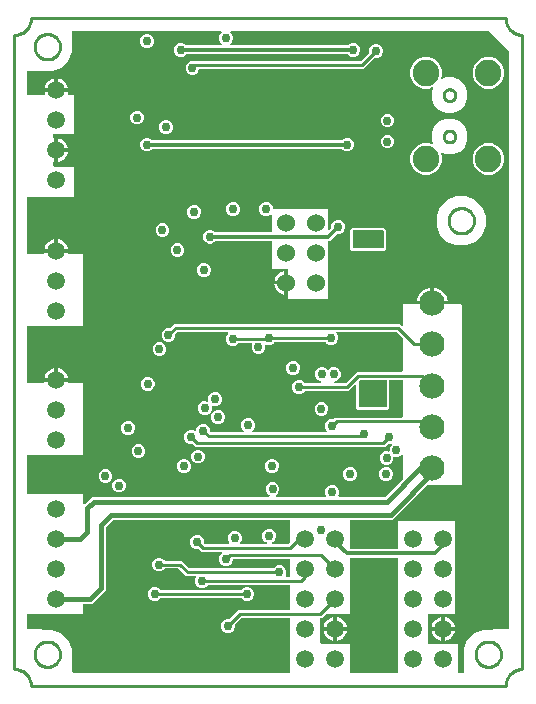
<source format=gbr>
G04 EAGLE Gerber RS-274X export*
G75*
%MOMM*%
%FSLAX34Y34*%
%LPD*%
%INCopper Layer 2*%
%IPPOS*%
%AMOC8*
5,1,8,0,0,1.08239X$1,22.5*%
G01*
%ADD10C,2.250000*%
%ADD11C,1.524000*%
%ADD12C,1.508000*%
%ADD13C,2.133600*%
%ADD14C,0.756400*%
%ADD15C,0.304800*%
%ADD16C,0.254000*%
%ADD17C,0.406400*%
%ADD18C,0.254000*%

G36*
X379877Y10926D02*
X379877Y10926D01*
X379896Y10924D01*
X379998Y10946D01*
X380100Y10962D01*
X380117Y10972D01*
X380137Y10976D01*
X380226Y11029D01*
X380317Y11078D01*
X380331Y11092D01*
X380348Y11102D01*
X380415Y11181D01*
X380487Y11256D01*
X380495Y11274D01*
X380508Y11289D01*
X380547Y11385D01*
X380590Y11479D01*
X380592Y11499D01*
X380600Y11517D01*
X380618Y11684D01*
X380618Y21855D01*
X380608Y21919D01*
X380607Y21985D01*
X380584Y22065D01*
X380579Y22097D01*
X380569Y22115D01*
X380560Y22146D01*
X380409Y22511D01*
X380409Y30829D01*
X383593Y38515D01*
X389475Y44397D01*
X397161Y47581D01*
X404866Y47581D01*
X404956Y47595D01*
X405047Y47603D01*
X405076Y47615D01*
X405108Y47620D01*
X405118Y47626D01*
X418328Y47626D01*
X418348Y47629D01*
X418367Y47627D01*
X418469Y47649D01*
X418571Y47665D01*
X418588Y47675D01*
X418608Y47679D01*
X418697Y47732D01*
X418788Y47781D01*
X418802Y47795D01*
X418819Y47805D01*
X418886Y47884D01*
X418958Y47959D01*
X418966Y47977D01*
X418979Y47992D01*
X419018Y48088D01*
X419061Y48182D01*
X419063Y48202D01*
X419071Y48220D01*
X419089Y48387D01*
X419089Y536712D01*
X419075Y536802D01*
X419067Y536893D01*
X419055Y536923D01*
X419050Y536955D01*
X419007Y537035D01*
X418971Y537119D01*
X418945Y537151D01*
X418934Y537172D01*
X418911Y537194D01*
X418866Y537250D01*
X402262Y553854D01*
X402188Y553907D01*
X402119Y553967D01*
X402089Y553979D01*
X402063Y553998D01*
X401976Y554025D01*
X401891Y554059D01*
X401850Y554063D01*
X401827Y554070D01*
X401795Y554069D01*
X401724Y554077D01*
X183679Y554077D01*
X183609Y554066D01*
X183537Y554064D01*
X183488Y554046D01*
X183437Y554038D01*
X183373Y554004D01*
X183306Y553979D01*
X183265Y553947D01*
X183219Y553922D01*
X183170Y553870D01*
X183114Y553826D01*
X183086Y553782D01*
X183050Y553744D01*
X183020Y553679D01*
X182981Y553619D01*
X182968Y553568D01*
X182946Y553521D01*
X182938Y553450D01*
X182921Y553380D01*
X182925Y553328D01*
X182919Y553277D01*
X182934Y553206D01*
X182940Y553135D01*
X182960Y553087D01*
X182971Y553036D01*
X183008Y552975D01*
X183036Y552909D01*
X183081Y552853D01*
X183097Y552825D01*
X183115Y552810D01*
X183141Y552778D01*
X184191Y551728D01*
X185079Y549584D01*
X185079Y547264D01*
X184191Y545120D01*
X182453Y543382D01*
X182411Y543324D01*
X182362Y543272D01*
X182340Y543225D01*
X182309Y543183D01*
X182288Y543114D01*
X182258Y543049D01*
X182252Y542997D01*
X182237Y542947D01*
X182239Y542876D01*
X182231Y542805D01*
X182242Y542754D01*
X182243Y542702D01*
X182268Y542634D01*
X182283Y542564D01*
X182310Y542519D01*
X182328Y542471D01*
X182373Y542415D01*
X182409Y542353D01*
X182449Y542319D01*
X182482Y542279D01*
X182542Y542240D01*
X182596Y542193D01*
X182645Y542174D01*
X182689Y542146D01*
X182758Y542128D01*
X182825Y542101D01*
X182896Y542093D01*
X182927Y542085D01*
X182950Y542087D01*
X182991Y542083D01*
X282003Y542083D01*
X282093Y542097D01*
X282184Y542105D01*
X282213Y542117D01*
X282245Y542122D01*
X282326Y542165D01*
X282410Y542201D01*
X282442Y542227D01*
X282463Y542238D01*
X282485Y542261D01*
X282541Y542306D01*
X283688Y543453D01*
X285832Y544341D01*
X288152Y544341D01*
X290296Y543453D01*
X291937Y541812D01*
X292825Y539668D01*
X292825Y537348D01*
X291937Y535204D01*
X290296Y533563D01*
X288152Y532675D01*
X285832Y532675D01*
X283688Y533563D01*
X282541Y534710D01*
X282467Y534763D01*
X282398Y534823D01*
X282367Y534835D01*
X282341Y534854D01*
X282254Y534881D01*
X282169Y534915D01*
X282128Y534919D01*
X282106Y534926D01*
X282074Y534925D01*
X282003Y534933D01*
X145839Y534933D01*
X145749Y534919D01*
X145658Y534911D01*
X145629Y534899D01*
X145597Y534894D01*
X145516Y534851D01*
X145432Y534815D01*
X145400Y534789D01*
X145379Y534778D01*
X145357Y534755D01*
X145301Y534710D01*
X144154Y533563D01*
X142010Y532675D01*
X139690Y532675D01*
X137546Y533563D01*
X135905Y535204D01*
X135017Y537348D01*
X135017Y539668D01*
X135905Y541812D01*
X137546Y543453D01*
X139690Y544341D01*
X142010Y544341D01*
X144154Y543453D01*
X145301Y542306D01*
X145375Y542253D01*
X145444Y542193D01*
X145475Y542181D01*
X145501Y542162D01*
X145588Y542135D01*
X145673Y542101D01*
X145714Y542097D01*
X145736Y542090D01*
X145768Y542091D01*
X145839Y542083D01*
X175501Y542083D01*
X175571Y542094D01*
X175643Y542096D01*
X175692Y542114D01*
X175743Y542122D01*
X175807Y542156D01*
X175874Y542181D01*
X175915Y542213D01*
X175961Y542238D01*
X176010Y542290D01*
X176066Y542334D01*
X176094Y542378D01*
X176130Y542416D01*
X176160Y542481D01*
X176199Y542541D01*
X176212Y542592D01*
X176234Y542639D01*
X176242Y542710D01*
X176259Y542780D01*
X176255Y542832D01*
X176261Y542883D01*
X176246Y542954D01*
X176240Y543025D01*
X176220Y543073D01*
X176209Y543124D01*
X176172Y543185D01*
X176144Y543251D01*
X176099Y543307D01*
X176083Y543335D01*
X176065Y543350D01*
X176039Y543382D01*
X174301Y545120D01*
X173413Y547264D01*
X173413Y549584D01*
X174301Y551728D01*
X175351Y552778D01*
X175393Y552836D01*
X175442Y552888D01*
X175464Y552935D01*
X175495Y552977D01*
X175516Y553046D01*
X175546Y553111D01*
X175552Y553163D01*
X175567Y553213D01*
X175565Y553284D01*
X175573Y553355D01*
X175562Y553406D01*
X175561Y553458D01*
X175536Y553526D01*
X175521Y553596D01*
X175494Y553641D01*
X175476Y553689D01*
X175431Y553745D01*
X175395Y553807D01*
X175355Y553841D01*
X175322Y553881D01*
X175262Y553920D01*
X175208Y553967D01*
X175159Y553986D01*
X175115Y554014D01*
X175046Y554032D01*
X174979Y554059D01*
X174908Y554067D01*
X174877Y554075D01*
X174854Y554073D01*
X174813Y554077D01*
X49403Y554077D01*
X49383Y554074D01*
X49364Y554076D01*
X49262Y554054D01*
X49160Y554038D01*
X49143Y554028D01*
X49123Y554024D01*
X49034Y553971D01*
X48943Y553922D01*
X48929Y553908D01*
X48912Y553898D01*
X48845Y553819D01*
X48773Y553744D01*
X48765Y553726D01*
X48752Y553711D01*
X48713Y553615D01*
X48670Y553521D01*
X48668Y553501D01*
X48660Y553483D01*
X48642Y553316D01*
X48642Y545835D01*
X48652Y545771D01*
X48653Y545705D01*
X48676Y545625D01*
X48681Y545593D01*
X48691Y545575D01*
X48700Y545544D01*
X48851Y545179D01*
X48851Y536861D01*
X45667Y529175D01*
X39785Y523293D01*
X32099Y520109D01*
X23781Y520109D01*
X23416Y520260D01*
X23352Y520275D01*
X23291Y520300D01*
X23208Y520309D01*
X23176Y520316D01*
X23157Y520315D01*
X23125Y520318D01*
X11684Y520318D01*
X11664Y520315D01*
X11645Y520317D01*
X11543Y520295D01*
X11441Y520279D01*
X11424Y520269D01*
X11404Y520265D01*
X11315Y520212D01*
X11224Y520163D01*
X11210Y520149D01*
X11193Y520139D01*
X11126Y520060D01*
X11054Y519985D01*
X11046Y519967D01*
X11033Y519952D01*
X10994Y519856D01*
X10951Y519762D01*
X10949Y519742D01*
X10941Y519724D01*
X10923Y519557D01*
X10923Y501155D01*
X10925Y501140D01*
X10924Y501128D01*
X10925Y501124D01*
X10924Y501115D01*
X10946Y501014D01*
X10962Y500912D01*
X10972Y500894D01*
X10976Y500875D01*
X11029Y500786D01*
X11078Y500695D01*
X11092Y500681D01*
X11102Y500664D01*
X11181Y500596D01*
X11256Y500525D01*
X11274Y500517D01*
X11289Y500504D01*
X11385Y500465D01*
X11479Y500422D01*
X11499Y500419D01*
X11517Y500412D01*
X11684Y500393D01*
X25146Y500393D01*
X25162Y500396D01*
X25178Y500394D01*
X25283Y500416D01*
X25389Y500433D01*
X25403Y500441D01*
X25419Y500444D01*
X25512Y500498D01*
X25606Y500548D01*
X25617Y500560D01*
X25631Y500568D01*
X25702Y500649D01*
X25776Y500727D01*
X25783Y500741D01*
X25793Y500753D01*
X25834Y500852D01*
X25879Y500950D01*
X25881Y500966D01*
X25887Y500980D01*
X25895Y501088D01*
X25907Y501194D01*
X25903Y501210D01*
X25904Y501226D01*
X25870Y501390D01*
X25727Y501829D01*
X25595Y502667D01*
X34798Y502667D01*
X34818Y502670D01*
X34837Y502668D01*
X34939Y502690D01*
X35041Y502707D01*
X35058Y502716D01*
X35078Y502720D01*
X35167Y502773D01*
X35258Y502822D01*
X35272Y502836D01*
X35289Y502846D01*
X35356Y502925D01*
X35427Y503000D01*
X35436Y503018D01*
X35449Y503033D01*
X35487Y503129D01*
X35531Y503223D01*
X35533Y503243D01*
X35541Y503261D01*
X35559Y503428D01*
X35559Y504191D01*
X35561Y504191D01*
X35561Y503428D01*
X35563Y503418D01*
X35562Y503412D01*
X35564Y503404D01*
X35562Y503389D01*
X35584Y503287D01*
X35601Y503185D01*
X35610Y503168D01*
X35614Y503148D01*
X35667Y503059D01*
X35716Y502968D01*
X35730Y502954D01*
X35740Y502937D01*
X35819Y502870D01*
X35894Y502799D01*
X35912Y502790D01*
X35927Y502777D01*
X36023Y502738D01*
X36117Y502695D01*
X36137Y502693D01*
X36155Y502685D01*
X36322Y502667D01*
X45525Y502667D01*
X45393Y501829D01*
X45250Y501390D01*
X45248Y501380D01*
X45245Y501373D01*
X45244Y501368D01*
X45241Y501360D01*
X45229Y501253D01*
X45212Y501147D01*
X45215Y501131D01*
X45213Y501115D01*
X45236Y501010D01*
X45255Y500905D01*
X45262Y500890D01*
X45266Y500875D01*
X45321Y500783D01*
X45372Y500688D01*
X45384Y500677D01*
X45392Y500664D01*
X45474Y500594D01*
X45552Y500521D01*
X45567Y500514D01*
X45579Y500504D01*
X45679Y500464D01*
X45776Y500419D01*
X45792Y500418D01*
X45807Y500412D01*
X45974Y500393D01*
X50806Y500393D01*
X50813Y500386D01*
X50813Y467354D01*
X50806Y467347D01*
X50479Y467347D01*
X33795Y467347D01*
X33775Y467343D01*
X33755Y467346D01*
X33654Y467324D01*
X33552Y467307D01*
X33534Y467298D01*
X33515Y467293D01*
X33426Y467240D01*
X33335Y467192D01*
X33321Y467177D01*
X33304Y467167D01*
X33236Y467088D01*
X33165Y467013D01*
X33157Y466995D01*
X33144Y466980D01*
X33105Y466884D01*
X33062Y466790D01*
X33059Y466771D01*
X33052Y466752D01*
X33033Y466585D01*
X33033Y464088D01*
X33046Y464009D01*
X33050Y463930D01*
X33066Y463888D01*
X33073Y463845D01*
X33110Y463775D01*
X33139Y463700D01*
X33168Y463666D01*
X33188Y463627D01*
X33246Y463573D01*
X33297Y463512D01*
X33335Y463488D01*
X33367Y463458D01*
X33439Y463425D01*
X33507Y463383D01*
X33550Y463373D01*
X33590Y463354D01*
X33669Y463346D01*
X33746Y463328D01*
X33805Y463331D01*
X33834Y463327D01*
X33861Y463333D01*
X33914Y463336D01*
X34037Y463355D01*
X34037Y454152D01*
X34040Y454132D01*
X34038Y454113D01*
X34060Y454011D01*
X34077Y453909D01*
X34086Y453892D01*
X34090Y453872D01*
X34143Y453783D01*
X34192Y453692D01*
X34206Y453678D01*
X34216Y453661D01*
X34295Y453594D01*
X34370Y453523D01*
X34388Y453514D01*
X34403Y453501D01*
X34499Y453463D01*
X34593Y453419D01*
X34613Y453417D01*
X34631Y453409D01*
X34798Y453391D01*
X35561Y453391D01*
X35561Y453389D01*
X34798Y453389D01*
X34778Y453386D01*
X34759Y453388D01*
X34657Y453366D01*
X34555Y453349D01*
X34538Y453340D01*
X34518Y453336D01*
X34429Y453283D01*
X34338Y453234D01*
X34324Y453220D01*
X34307Y453210D01*
X34240Y453131D01*
X34169Y453056D01*
X34160Y453038D01*
X34147Y453023D01*
X34108Y452927D01*
X34065Y452833D01*
X34063Y452813D01*
X34055Y452795D01*
X34037Y452628D01*
X34037Y443425D01*
X33914Y443444D01*
X33834Y443444D01*
X33755Y443453D01*
X33712Y443443D01*
X33668Y443443D01*
X33593Y443417D01*
X33515Y443400D01*
X33477Y443378D01*
X33435Y443363D01*
X33372Y443315D01*
X33304Y443274D01*
X33275Y443241D01*
X33240Y443214D01*
X33196Y443148D01*
X33144Y443087D01*
X33127Y443046D01*
X33103Y443010D01*
X33082Y442933D01*
X33052Y442859D01*
X33045Y442801D01*
X33038Y442772D01*
X33039Y442745D01*
X33033Y442692D01*
X33033Y440195D01*
X33037Y440175D01*
X33034Y440155D01*
X33056Y440054D01*
X33073Y439952D01*
X33082Y439934D01*
X33087Y439915D01*
X33140Y439826D01*
X33188Y439735D01*
X33203Y439721D01*
X33213Y439704D01*
X33292Y439636D01*
X33367Y439565D01*
X33385Y439557D01*
X33400Y439544D01*
X33496Y439505D01*
X33590Y439462D01*
X33609Y439459D01*
X33628Y439452D01*
X33795Y439433D01*
X50806Y439433D01*
X50813Y439426D01*
X50813Y414014D01*
X50806Y414007D01*
X50479Y414007D01*
X11684Y414007D01*
X11664Y414003D01*
X11645Y414006D01*
X11543Y413984D01*
X11441Y413967D01*
X11424Y413958D01*
X11404Y413953D01*
X11315Y413900D01*
X11224Y413852D01*
X11210Y413837D01*
X11193Y413827D01*
X11126Y413748D01*
X11054Y413673D01*
X11046Y413655D01*
X11033Y413640D01*
X10994Y413544D01*
X10951Y413450D01*
X10949Y413431D01*
X10941Y413412D01*
X10923Y413245D01*
X10923Y366535D01*
X10926Y366515D01*
X10924Y366495D01*
X10946Y366394D01*
X10962Y366292D01*
X10972Y366274D01*
X10976Y366255D01*
X11029Y366166D01*
X11078Y366075D01*
X11092Y366061D01*
X11102Y366044D01*
X11181Y365976D01*
X11256Y365905D01*
X11274Y365897D01*
X11289Y365884D01*
X11385Y365845D01*
X11479Y365802D01*
X11499Y365799D01*
X11517Y365792D01*
X11684Y365773D01*
X24862Y365773D01*
X24941Y365786D01*
X25020Y365790D01*
X25062Y365806D01*
X25105Y365813D01*
X25175Y365850D01*
X25250Y365879D01*
X25284Y365908D01*
X25323Y365928D01*
X25377Y365986D01*
X25438Y366037D01*
X25462Y366075D01*
X25492Y366107D01*
X25525Y366179D01*
X25567Y366247D01*
X25577Y366290D01*
X25596Y366330D01*
X25604Y366409D01*
X25622Y366486D01*
X25619Y366545D01*
X25623Y366574D01*
X25617Y366601D01*
X25614Y366654D01*
X25595Y366777D01*
X34798Y366777D01*
X34818Y366780D01*
X34837Y366778D01*
X34939Y366800D01*
X35041Y366817D01*
X35058Y366826D01*
X35078Y366830D01*
X35167Y366883D01*
X35258Y366932D01*
X35272Y366946D01*
X35289Y366956D01*
X35356Y367035D01*
X35427Y367110D01*
X35436Y367128D01*
X35449Y367143D01*
X35487Y367239D01*
X35531Y367333D01*
X35533Y367353D01*
X35541Y367371D01*
X35559Y367538D01*
X35559Y368301D01*
X35561Y368301D01*
X35561Y367538D01*
X35564Y367518D01*
X35562Y367499D01*
X35584Y367397D01*
X35601Y367295D01*
X35610Y367278D01*
X35614Y367258D01*
X35667Y367169D01*
X35716Y367078D01*
X35730Y367064D01*
X35740Y367047D01*
X35819Y366980D01*
X35894Y366909D01*
X35912Y366900D01*
X35927Y366887D01*
X36023Y366848D01*
X36117Y366805D01*
X36137Y366803D01*
X36155Y366795D01*
X36322Y366777D01*
X45525Y366777D01*
X45506Y366654D01*
X45506Y366574D01*
X45497Y366495D01*
X45507Y366452D01*
X45507Y366408D01*
X45533Y366333D01*
X45550Y366255D01*
X45572Y366217D01*
X45587Y366175D01*
X45635Y366112D01*
X45676Y366044D01*
X45709Y366015D01*
X45736Y365980D01*
X45802Y365936D01*
X45863Y365884D01*
X45904Y365867D01*
X45940Y365843D01*
X46017Y365822D01*
X46091Y365792D01*
X46149Y365785D01*
X46178Y365778D01*
X46205Y365779D01*
X46258Y365773D01*
X58426Y365773D01*
X58433Y365766D01*
X58433Y304794D01*
X58426Y304787D01*
X58099Y304787D01*
X11684Y304787D01*
X11664Y304783D01*
X11645Y304786D01*
X11543Y304764D01*
X11441Y304747D01*
X11424Y304738D01*
X11404Y304733D01*
X11315Y304680D01*
X11224Y304632D01*
X11210Y304617D01*
X11193Y304607D01*
X11126Y304528D01*
X11054Y304453D01*
X11046Y304435D01*
X11033Y304420D01*
X10994Y304324D01*
X10951Y304230D01*
X10949Y304211D01*
X10941Y304192D01*
X10923Y304025D01*
X10923Y257315D01*
X10926Y257295D01*
X10924Y257275D01*
X10946Y257174D01*
X10962Y257072D01*
X10972Y257054D01*
X10976Y257035D01*
X11029Y256946D01*
X11078Y256855D01*
X11092Y256841D01*
X11102Y256824D01*
X11181Y256756D01*
X11256Y256685D01*
X11274Y256677D01*
X11289Y256664D01*
X11385Y256625D01*
X11479Y256582D01*
X11499Y256579D01*
X11517Y256572D01*
X11684Y256553D01*
X24862Y256553D01*
X24941Y256566D01*
X25020Y256570D01*
X25062Y256586D01*
X25105Y256593D01*
X25175Y256630D01*
X25250Y256659D01*
X25284Y256688D01*
X25323Y256708D01*
X25377Y256766D01*
X25438Y256817D01*
X25462Y256855D01*
X25492Y256887D01*
X25525Y256959D01*
X25567Y257027D01*
X25577Y257070D01*
X25596Y257110D01*
X25604Y257189D01*
X25622Y257266D01*
X25619Y257325D01*
X25623Y257354D01*
X25617Y257381D01*
X25614Y257434D01*
X25595Y257557D01*
X34798Y257557D01*
X34818Y257560D01*
X34837Y257558D01*
X34939Y257580D01*
X35041Y257597D01*
X35058Y257606D01*
X35078Y257610D01*
X35167Y257663D01*
X35258Y257712D01*
X35272Y257726D01*
X35289Y257736D01*
X35356Y257815D01*
X35427Y257890D01*
X35436Y257908D01*
X35449Y257923D01*
X35487Y258019D01*
X35531Y258113D01*
X35533Y258133D01*
X35541Y258151D01*
X35559Y258318D01*
X35559Y259081D01*
X35561Y259081D01*
X35561Y258318D01*
X35563Y258303D01*
X35562Y258290D01*
X35563Y258286D01*
X35562Y258279D01*
X35584Y258177D01*
X35601Y258075D01*
X35610Y258058D01*
X35614Y258038D01*
X35667Y257949D01*
X35716Y257858D01*
X35730Y257844D01*
X35740Y257827D01*
X35819Y257760D01*
X35894Y257689D01*
X35912Y257680D01*
X35927Y257667D01*
X36023Y257628D01*
X36117Y257585D01*
X36137Y257583D01*
X36155Y257575D01*
X36322Y257557D01*
X45525Y257557D01*
X45506Y257434D01*
X45506Y257354D01*
X45497Y257275D01*
X45507Y257232D01*
X45507Y257188D01*
X45533Y257113D01*
X45550Y257035D01*
X45572Y256997D01*
X45587Y256955D01*
X45635Y256892D01*
X45676Y256824D01*
X45709Y256795D01*
X45736Y256760D01*
X45802Y256716D01*
X45863Y256664D01*
X45904Y256647D01*
X45940Y256623D01*
X46017Y256602D01*
X46091Y256572D01*
X46149Y256565D01*
X46178Y256558D01*
X46205Y256559D01*
X46258Y256553D01*
X58426Y256553D01*
X58433Y256546D01*
X58433Y195574D01*
X58426Y195567D01*
X58099Y195567D01*
X11684Y195567D01*
X11664Y195563D01*
X11645Y195566D01*
X11543Y195544D01*
X11441Y195527D01*
X11424Y195518D01*
X11404Y195513D01*
X11315Y195460D01*
X11224Y195412D01*
X11210Y195397D01*
X11193Y195387D01*
X11126Y195308D01*
X11054Y195233D01*
X11046Y195215D01*
X11033Y195200D01*
X10994Y195104D01*
X10951Y195010D01*
X10949Y194991D01*
X10941Y194972D01*
X10923Y194805D01*
X10923Y163335D01*
X10926Y163315D01*
X10924Y163295D01*
X10946Y163194D01*
X10962Y163092D01*
X10972Y163074D01*
X10976Y163055D01*
X11029Y162966D01*
X11078Y162875D01*
X11092Y162861D01*
X11102Y162844D01*
X11181Y162776D01*
X11256Y162705D01*
X11274Y162697D01*
X11289Y162684D01*
X11385Y162645D01*
X11479Y162602D01*
X11499Y162599D01*
X11517Y162592D01*
X11684Y162573D01*
X58426Y162573D01*
X58433Y162566D01*
X58433Y154437D01*
X58445Y154366D01*
X58447Y154295D01*
X58465Y154246D01*
X58473Y154194D01*
X58507Y154131D01*
X58531Y154064D01*
X58564Y154023D01*
X58588Y153977D01*
X58640Y153928D01*
X58685Y153872D01*
X58729Y153843D01*
X58767Y153808D01*
X58832Y153777D01*
X58892Y153739D01*
X58943Y153726D01*
X58990Y153704D01*
X59061Y153696D01*
X59130Y153679D01*
X59182Y153683D01*
X59234Y153677D01*
X59304Y153692D01*
X59376Y153698D01*
X59424Y153718D01*
X59475Y153729D01*
X59536Y153766D01*
X59602Y153794D01*
X59658Y153839D01*
X59686Y153855D01*
X59701Y153873D01*
X59733Y153899D01*
X65873Y160039D01*
X215524Y160039D01*
X215620Y160054D01*
X215717Y160064D01*
X215741Y160074D01*
X215766Y160078D01*
X215852Y160124D01*
X215941Y160164D01*
X215961Y160181D01*
X215984Y160194D01*
X216051Y160264D01*
X216122Y160330D01*
X216135Y160353D01*
X216153Y160372D01*
X216194Y160460D01*
X216241Y160546D01*
X216246Y160571D01*
X216257Y160595D01*
X216267Y160692D01*
X216285Y160788D01*
X216281Y160814D01*
X216284Y160839D01*
X216263Y160934D01*
X216249Y161031D01*
X216237Y161054D01*
X216232Y161080D01*
X216182Y161163D01*
X216137Y161250D01*
X216119Y161269D01*
X216105Y161291D01*
X216031Y161354D01*
X215962Y161422D01*
X215933Y161438D01*
X215918Y161451D01*
X215888Y161463D01*
X215815Y161503D01*
X215390Y161679D01*
X213749Y163320D01*
X212861Y165464D01*
X212861Y167784D01*
X213749Y169928D01*
X215390Y171569D01*
X217534Y172457D01*
X219854Y172457D01*
X221998Y171569D01*
X223639Y169928D01*
X224527Y167784D01*
X224527Y165464D01*
X223639Y163320D01*
X221998Y161679D01*
X221573Y161503D01*
X221490Y161452D01*
X221404Y161406D01*
X221386Y161387D01*
X221364Y161374D01*
X221302Y161299D01*
X221235Y161228D01*
X221224Y161204D01*
X221207Y161184D01*
X221172Y161093D01*
X221131Y161005D01*
X221128Y160979D01*
X221119Y160955D01*
X221115Y160857D01*
X221104Y160761D01*
X221110Y160735D01*
X221109Y160709D01*
X221136Y160615D01*
X221156Y160520D01*
X221170Y160498D01*
X221177Y160473D01*
X221233Y160393D01*
X221283Y160309D01*
X221303Y160292D01*
X221317Y160271D01*
X221395Y160213D01*
X221470Y160149D01*
X221494Y160139D01*
X221515Y160124D01*
X221607Y160094D01*
X221698Y160057D01*
X221730Y160054D01*
X221749Y160048D01*
X221782Y160048D01*
X221864Y160039D01*
X263358Y160039D01*
X263403Y160046D01*
X263449Y160044D01*
X263524Y160066D01*
X263601Y160078D01*
X263641Y160100D01*
X263685Y160113D01*
X263749Y160157D01*
X263818Y160194D01*
X263849Y160227D01*
X263887Y160253D01*
X263934Y160316D01*
X263987Y160372D01*
X264007Y160414D01*
X264034Y160450D01*
X264058Y160524D01*
X264091Y160595D01*
X264096Y160641D01*
X264110Y160684D01*
X264109Y160762D01*
X264118Y160839D01*
X264108Y160884D01*
X264108Y160930D01*
X264070Y161062D01*
X264066Y161080D01*
X264063Y161084D01*
X264061Y161091D01*
X263407Y162670D01*
X263407Y164990D01*
X264295Y167134D01*
X265936Y168775D01*
X268080Y169663D01*
X270400Y169663D01*
X272544Y168775D01*
X274185Y167134D01*
X275073Y164990D01*
X275073Y162670D01*
X274419Y161091D01*
X274408Y161047D01*
X274389Y161005D01*
X274381Y160928D01*
X274363Y160852D01*
X274367Y160806D01*
X274362Y160761D01*
X274379Y160684D01*
X274386Y160607D01*
X274404Y160565D01*
X274414Y160520D01*
X274454Y160453D01*
X274486Y160382D01*
X274517Y160348D01*
X274540Y160309D01*
X274600Y160258D01*
X274652Y160201D01*
X274692Y160179D01*
X274727Y160149D01*
X274800Y160120D01*
X274868Y160083D01*
X274913Y160074D01*
X274955Y160057D01*
X275091Y160042D01*
X275110Y160039D01*
X275115Y160040D01*
X275122Y160039D01*
X313843Y160039D01*
X313933Y160053D01*
X314024Y160061D01*
X314053Y160073D01*
X314085Y160078D01*
X314166Y160121D01*
X314250Y160157D01*
X314282Y160183D01*
X314303Y160194D01*
X314325Y160217D01*
X314381Y160262D01*
X328579Y174460D01*
X328632Y174534D01*
X328692Y174604D01*
X328704Y174634D01*
X328723Y174660D01*
X328750Y174747D01*
X328784Y174832D01*
X328788Y174873D01*
X328795Y174895D01*
X328794Y174927D01*
X328802Y174998D01*
X328802Y194764D01*
X328791Y194834D01*
X328789Y194906D01*
X328771Y194955D01*
X328763Y195006D01*
X328729Y195070D01*
X328704Y195137D01*
X328672Y195178D01*
X328647Y195224D01*
X328595Y195273D01*
X328551Y195329D01*
X328507Y195357D01*
X328469Y195393D01*
X328404Y195423D01*
X328344Y195462D01*
X328293Y195475D01*
X328246Y195497D01*
X328175Y195505D01*
X328105Y195522D01*
X328053Y195518D01*
X328002Y195524D01*
X327931Y195509D01*
X327860Y195503D01*
X327812Y195483D01*
X327761Y195472D01*
X327700Y195435D01*
X327634Y195407D01*
X327578Y195362D01*
X327550Y195346D01*
X327535Y195328D01*
X327503Y195302D01*
X326900Y194699D01*
X324756Y193811D01*
X322436Y193811D01*
X322099Y193951D01*
X322055Y193961D01*
X322013Y193980D01*
X321936Y193989D01*
X321860Y194007D01*
X321814Y194003D01*
X321769Y194008D01*
X321692Y193991D01*
X321615Y193984D01*
X321573Y193965D01*
X321528Y193955D01*
X321461Y193915D01*
X321390Y193884D01*
X321356Y193853D01*
X321317Y193829D01*
X321266Y193770D01*
X321209Y193717D01*
X321187Y193677D01*
X321157Y193642D01*
X321128Y193570D01*
X321091Y193502D01*
X321082Y193457D01*
X321065Y193414D01*
X321050Y193278D01*
X321047Y193260D01*
X321048Y193255D01*
X321047Y193247D01*
X321047Y191372D01*
X320159Y189228D01*
X318518Y187587D01*
X316374Y186699D01*
X314054Y186699D01*
X311910Y187587D01*
X310269Y189228D01*
X309381Y191372D01*
X309381Y193692D01*
X310269Y195836D01*
X311910Y197477D01*
X314054Y198365D01*
X316374Y198365D01*
X316711Y198225D01*
X316755Y198215D01*
X316797Y198196D01*
X316874Y198187D01*
X316950Y198169D01*
X316996Y198173D01*
X317041Y198168D01*
X317118Y198185D01*
X317195Y198192D01*
X317237Y198211D01*
X317282Y198221D01*
X317349Y198261D01*
X317420Y198292D01*
X317454Y198323D01*
X317493Y198347D01*
X317544Y198406D01*
X317601Y198459D01*
X317623Y198499D01*
X317653Y198534D01*
X317682Y198606D01*
X317719Y198674D01*
X317728Y198719D01*
X317745Y198762D01*
X317760Y198898D01*
X317763Y198916D01*
X317762Y198921D01*
X317763Y198929D01*
X317763Y200804D01*
X318651Y202948D01*
X319420Y203717D01*
X319477Y203796D01*
X319539Y203871D01*
X319548Y203895D01*
X319564Y203917D01*
X319592Y204009D01*
X319627Y204101D01*
X319628Y204127D01*
X319636Y204152D01*
X319633Y204249D01*
X319638Y204346D01*
X319630Y204371D01*
X319630Y204397D01*
X319596Y204489D01*
X319569Y204582D01*
X319554Y204604D01*
X319545Y204629D01*
X319484Y204705D01*
X319429Y204785D01*
X319408Y204800D01*
X319391Y204821D01*
X319309Y204873D01*
X319231Y204931D01*
X319207Y204939D01*
X319185Y204954D01*
X319090Y204977D01*
X318998Y205007D01*
X318971Y205007D01*
X318946Y205014D01*
X318849Y205006D01*
X318752Y205005D01*
X318720Y204996D01*
X318701Y204995D01*
X318684Y204987D01*
X316679Y204987D01*
X316589Y204973D01*
X316498Y204965D01*
X316468Y204953D01*
X316436Y204948D01*
X316355Y204905D01*
X316272Y204869D01*
X316239Y204843D01*
X316219Y204832D01*
X316197Y204809D01*
X316141Y204764D01*
X313796Y202419D01*
X153564Y202419D01*
X151219Y204764D01*
X151146Y204817D01*
X151076Y204877D01*
X151046Y204889D01*
X151020Y204908D01*
X150933Y204935D01*
X150848Y204969D01*
X150807Y204973D01*
X150785Y204980D01*
X150752Y204979D01*
X150681Y204987D01*
X148700Y204987D01*
X146556Y205875D01*
X144915Y207516D01*
X144027Y209660D01*
X144027Y211980D01*
X144915Y214124D01*
X146556Y215765D01*
X148700Y216653D01*
X151020Y216653D01*
X153135Y215777D01*
X153179Y215766D01*
X153221Y215747D01*
X153298Y215738D01*
X153374Y215721D01*
X153420Y215725D01*
X153465Y215720D01*
X153542Y215736D01*
X153619Y215744D01*
X153661Y215762D01*
X153706Y215772D01*
X153773Y215812D01*
X153844Y215844D01*
X153878Y215875D01*
X153917Y215898D01*
X153968Y215957D01*
X154025Y216010D01*
X154047Y216050D01*
X154077Y216085D01*
X154106Y216158D01*
X154143Y216226D01*
X154152Y216271D01*
X154169Y216313D01*
X154184Y216449D01*
X154187Y216468D01*
X154186Y216473D01*
X154187Y216480D01*
X154187Y217060D01*
X155075Y219204D01*
X156716Y220845D01*
X158860Y221733D01*
X161180Y221733D01*
X163324Y220845D01*
X164965Y219204D01*
X165853Y217060D01*
X165853Y215410D01*
X165856Y215390D01*
X165854Y215371D01*
X165876Y215269D01*
X165892Y215167D01*
X165902Y215150D01*
X165906Y215130D01*
X165959Y215041D01*
X166008Y214950D01*
X166022Y214936D01*
X166032Y214919D01*
X166111Y214852D01*
X166186Y214780D01*
X166204Y214772D01*
X166219Y214759D01*
X166315Y214720D01*
X166409Y214677D01*
X166429Y214675D01*
X166447Y214667D01*
X166614Y214649D01*
X193857Y214649D01*
X193927Y214660D01*
X193999Y214662D01*
X194048Y214680D01*
X194099Y214688D01*
X194163Y214722D01*
X194230Y214747D01*
X194271Y214779D01*
X194317Y214804D01*
X194366Y214856D01*
X194422Y214900D01*
X194450Y214944D01*
X194486Y214982D01*
X194516Y215047D01*
X194555Y215107D01*
X194568Y215158D01*
X194590Y215205D01*
X194598Y215276D01*
X194615Y215346D01*
X194611Y215398D01*
X194617Y215449D01*
X194602Y215520D01*
X194596Y215591D01*
X194576Y215639D01*
X194565Y215690D01*
X194528Y215751D01*
X194500Y215817D01*
X194455Y215873D01*
X194439Y215901D01*
X194421Y215916D01*
X194395Y215948D01*
X193175Y217168D01*
X192287Y219312D01*
X192287Y221632D01*
X193175Y223776D01*
X194816Y225417D01*
X196960Y226305D01*
X199280Y226305D01*
X201424Y225417D01*
X203065Y223776D01*
X203953Y221632D01*
X203953Y219312D01*
X203065Y217168D01*
X201845Y215948D01*
X201803Y215890D01*
X201754Y215838D01*
X201732Y215791D01*
X201701Y215749D01*
X201680Y215680D01*
X201650Y215615D01*
X201644Y215563D01*
X201629Y215513D01*
X201631Y215442D01*
X201623Y215371D01*
X201634Y215320D01*
X201635Y215268D01*
X201660Y215200D01*
X201675Y215130D01*
X201702Y215085D01*
X201720Y215037D01*
X201765Y214981D01*
X201801Y214919D01*
X201841Y214885D01*
X201874Y214845D01*
X201934Y214806D01*
X201988Y214759D01*
X202037Y214740D01*
X202081Y214712D01*
X202150Y214694D01*
X202217Y214667D01*
X202288Y214659D01*
X202319Y214651D01*
X202342Y214653D01*
X202383Y214649D01*
X263847Y214649D01*
X263917Y214660D01*
X263989Y214662D01*
X264038Y214680D01*
X264089Y214688D01*
X264153Y214722D01*
X264220Y214747D01*
X264261Y214779D01*
X264307Y214804D01*
X264356Y214856D01*
X264412Y214900D01*
X264440Y214944D01*
X264476Y214982D01*
X264506Y215047D01*
X264545Y215107D01*
X264558Y215158D01*
X264580Y215205D01*
X264588Y215276D01*
X264605Y215346D01*
X264601Y215398D01*
X264607Y215449D01*
X264592Y215520D01*
X264586Y215591D01*
X264566Y215639D01*
X264555Y215690D01*
X264518Y215751D01*
X264490Y215817D01*
X264445Y215873D01*
X264429Y215901D01*
X264411Y215916D01*
X264385Y215948D01*
X263927Y216406D01*
X263039Y218550D01*
X263039Y220870D01*
X263927Y223014D01*
X265568Y224655D01*
X267712Y225543D01*
X269693Y225543D01*
X269783Y225557D01*
X269874Y225565D01*
X269904Y225577D01*
X269936Y225582D01*
X270017Y225625D01*
X270101Y225661D01*
X270133Y225687D01*
X270153Y225698D01*
X270175Y225721D01*
X270231Y225766D01*
X271560Y227095D01*
X328041Y227095D01*
X328061Y227098D01*
X328080Y227096D01*
X328182Y227118D01*
X328284Y227134D01*
X328301Y227144D01*
X328321Y227148D01*
X328410Y227201D01*
X328501Y227250D01*
X328515Y227264D01*
X328532Y227274D01*
X328599Y227353D01*
X328671Y227428D01*
X328679Y227446D01*
X328692Y227461D01*
X328730Y227557D01*
X328774Y227651D01*
X328776Y227671D01*
X328784Y227689D01*
X328802Y227856D01*
X328802Y258300D01*
X328799Y258320D01*
X328801Y258339D01*
X328779Y258441D01*
X328763Y258543D01*
X328753Y258560D01*
X328749Y258580D01*
X328696Y258669D01*
X328647Y258760D01*
X328633Y258774D01*
X328623Y258791D01*
X328544Y258858D01*
X328469Y258930D01*
X328451Y258938D01*
X328436Y258951D01*
X328340Y258990D01*
X328246Y259033D01*
X328226Y259035D01*
X328208Y259043D01*
X328041Y259061D01*
X318153Y259061D01*
X318133Y259058D01*
X318114Y259060D01*
X318012Y259038D01*
X317910Y259022D01*
X317893Y259012D01*
X317873Y259008D01*
X317784Y258955D01*
X317693Y258906D01*
X317679Y258892D01*
X317662Y258882D01*
X317595Y258803D01*
X317523Y258728D01*
X317515Y258710D01*
X317502Y258695D01*
X317463Y258599D01*
X317420Y258505D01*
X317418Y258485D01*
X317410Y258467D01*
X317392Y258300D01*
X317392Y235213D01*
X315967Y233788D01*
X291093Y233788D01*
X289668Y235213D01*
X289668Y254178D01*
X289657Y254249D01*
X289655Y254321D01*
X289637Y254370D01*
X289629Y254421D01*
X289595Y254484D01*
X289570Y254552D01*
X289538Y254592D01*
X289513Y254638D01*
X289461Y254688D01*
X289417Y254744D01*
X289373Y254772D01*
X289335Y254808D01*
X289270Y254838D01*
X289210Y254877D01*
X289159Y254889D01*
X289112Y254911D01*
X289041Y254919D01*
X288971Y254937D01*
X288919Y254933D01*
X288868Y254938D01*
X288797Y254923D01*
X288726Y254918D01*
X288678Y254897D01*
X288627Y254886D01*
X288566Y254849D01*
X288500Y254821D01*
X288444Y254777D01*
X288416Y254760D01*
X288401Y254742D01*
X288369Y254717D01*
X285484Y251831D01*
X283316Y249663D01*
X246543Y249663D01*
X246453Y249649D01*
X246362Y249641D01*
X246333Y249629D01*
X246301Y249624D01*
X246220Y249581D01*
X246136Y249545D01*
X246104Y249519D01*
X246083Y249508D01*
X246061Y249485D01*
X246005Y249440D01*
X244604Y248039D01*
X242460Y247151D01*
X240140Y247151D01*
X237996Y248039D01*
X236355Y249680D01*
X235467Y251824D01*
X235467Y254144D01*
X236355Y256288D01*
X237996Y257929D01*
X240140Y258817D01*
X242460Y258817D01*
X244604Y257929D01*
X246005Y256528D01*
X246079Y256475D01*
X246148Y256415D01*
X246179Y256403D01*
X246205Y256384D01*
X246292Y256357D01*
X246377Y256323D01*
X246418Y256319D01*
X246440Y256312D01*
X246472Y256313D01*
X246543Y256305D01*
X259273Y256305D01*
X259369Y256320D01*
X259466Y256330D01*
X259490Y256340D01*
X259516Y256344D01*
X259602Y256390D01*
X259691Y256430D01*
X259710Y256447D01*
X259733Y256460D01*
X259800Y256530D01*
X259872Y256596D01*
X259885Y256619D01*
X259903Y256638D01*
X259944Y256726D01*
X259991Y256812D01*
X259995Y256837D01*
X260006Y256861D01*
X260017Y256958D01*
X260034Y257054D01*
X260031Y257080D01*
X260033Y257105D01*
X260013Y257201D01*
X259999Y257297D01*
X259987Y257320D01*
X259981Y257346D01*
X259931Y257429D01*
X259887Y257516D01*
X259868Y257535D01*
X259855Y257557D01*
X259781Y257620D01*
X259711Y257688D01*
X259683Y257704D01*
X259668Y257717D01*
X259637Y257729D01*
X259564Y257769D01*
X257300Y258707D01*
X255659Y260348D01*
X254771Y262492D01*
X254771Y264812D01*
X255659Y266956D01*
X257300Y268597D01*
X259444Y269485D01*
X261764Y269485D01*
X263908Y268597D01*
X264968Y267537D01*
X264984Y267525D01*
X264996Y267510D01*
X265084Y267454D01*
X265167Y267393D01*
X265186Y267388D01*
X265203Y267377D01*
X265304Y267352D01*
X265403Y267321D01*
X265422Y267322D01*
X265442Y267317D01*
X265545Y267325D01*
X265648Y267327D01*
X265667Y267334D01*
X265687Y267336D01*
X265782Y267376D01*
X265879Y267412D01*
X265895Y267424D01*
X265913Y267432D01*
X266044Y267537D01*
X267104Y268597D01*
X269248Y269485D01*
X271568Y269485D01*
X273712Y268597D01*
X275353Y266956D01*
X276241Y264812D01*
X276241Y262492D01*
X275353Y260348D01*
X273712Y258707D01*
X271448Y257769D01*
X271365Y257718D01*
X271279Y257672D01*
X271261Y257653D01*
X271238Y257640D01*
X271176Y257565D01*
X271109Y257494D01*
X271098Y257470D01*
X271082Y257450D01*
X271047Y257359D01*
X271006Y257271D01*
X271003Y257245D01*
X270993Y257221D01*
X270989Y257123D01*
X270979Y257027D01*
X270984Y257001D01*
X270983Y256975D01*
X271010Y256881D01*
X271031Y256786D01*
X271044Y256764D01*
X271052Y256739D01*
X271107Y256659D01*
X271157Y256575D01*
X271177Y256558D01*
X271192Y256537D01*
X271270Y256478D01*
X271344Y256415D01*
X271368Y256405D01*
X271389Y256390D01*
X271482Y256360D01*
X271572Y256323D01*
X271605Y256320D01*
X271623Y256314D01*
X271656Y256314D01*
X271739Y256305D01*
X280249Y256305D01*
X280339Y256319D01*
X280430Y256327D01*
X280460Y256339D01*
X280492Y256344D01*
X280573Y256387D01*
X280656Y256423D01*
X280689Y256449D01*
X280709Y256460D01*
X280731Y256483D01*
X280787Y256528D01*
X289962Y265703D01*
X328041Y265703D01*
X328061Y265706D01*
X328080Y265704D01*
X328182Y265726D01*
X328284Y265742D01*
X328301Y265752D01*
X328321Y265756D01*
X328410Y265809D01*
X328501Y265858D01*
X328515Y265872D01*
X328532Y265882D01*
X328599Y265961D01*
X328671Y266036D01*
X328679Y266054D01*
X328692Y266069D01*
X328731Y266165D01*
X328774Y266259D01*
X328776Y266279D01*
X328784Y266297D01*
X328802Y266464D01*
X328802Y293846D01*
X328788Y293936D01*
X328780Y294027D01*
X328768Y294057D01*
X328763Y294089D01*
X328720Y294170D01*
X328684Y294253D01*
X328658Y294286D01*
X328647Y294306D01*
X328624Y294328D01*
X328579Y294384D01*
X323687Y299276D01*
X323614Y299329D01*
X323544Y299389D01*
X323514Y299401D01*
X323488Y299420D01*
X323401Y299447D01*
X323316Y299481D01*
X323275Y299485D01*
X323253Y299492D01*
X323220Y299491D01*
X323149Y299499D01*
X273451Y299499D01*
X273381Y299488D01*
X273309Y299486D01*
X273260Y299468D01*
X273209Y299460D01*
X273145Y299426D01*
X273078Y299401D01*
X273037Y299369D01*
X272991Y299344D01*
X272942Y299293D01*
X272886Y299248D01*
X272858Y299204D01*
X272822Y299166D01*
X272792Y299101D01*
X272753Y299041D01*
X272740Y298990D01*
X272718Y298943D01*
X272710Y298872D01*
X272693Y298802D01*
X272697Y298750D01*
X272691Y298699D01*
X272706Y298628D01*
X272712Y298557D01*
X272732Y298509D01*
X272743Y298458D01*
X272780Y298397D01*
X272808Y298331D01*
X272853Y298275D01*
X272869Y298247D01*
X272887Y298232D01*
X272913Y298200D01*
X273169Y297944D01*
X274057Y295800D01*
X274057Y293480D01*
X273169Y291336D01*
X271528Y289695D01*
X269384Y288807D01*
X267064Y288807D01*
X264920Y289695D01*
X264027Y290588D01*
X263953Y290641D01*
X263884Y290701D01*
X263853Y290713D01*
X263827Y290732D01*
X263740Y290759D01*
X263655Y290793D01*
X263614Y290797D01*
X263592Y290804D01*
X263560Y290803D01*
X263489Y290811D01*
X220635Y290811D01*
X220545Y290797D01*
X220454Y290789D01*
X220425Y290777D01*
X220393Y290772D01*
X220312Y290729D01*
X220228Y290693D01*
X220196Y290667D01*
X220175Y290656D01*
X220153Y290633D01*
X220097Y290588D01*
X218696Y289187D01*
X216552Y288299D01*
X214232Y288299D01*
X213621Y288552D01*
X213551Y288569D01*
X213483Y288595D01*
X213432Y288597D01*
X213381Y288609D01*
X213310Y288602D01*
X213238Y288605D01*
X213188Y288590D01*
X213136Y288585D01*
X213071Y288556D01*
X213001Y288536D01*
X212959Y288506D01*
X212912Y288485D01*
X212859Y288437D01*
X212800Y288396D01*
X212769Y288354D01*
X212731Y288319D01*
X212696Y288256D01*
X212653Y288198D01*
X212637Y288149D01*
X212612Y288104D01*
X212599Y288033D01*
X212577Y287964D01*
X212577Y287912D01*
X212568Y287861D01*
X212579Y287790D01*
X212579Y285352D01*
X211691Y283208D01*
X210050Y281567D01*
X207906Y280679D01*
X205586Y280679D01*
X203442Y281567D01*
X201801Y283208D01*
X200913Y285352D01*
X200913Y287672D01*
X201567Y289251D01*
X201578Y289295D01*
X201596Y289335D01*
X201596Y289336D01*
X201597Y289337D01*
X201606Y289414D01*
X201623Y289490D01*
X201619Y289536D01*
X201624Y289581D01*
X201608Y289658D01*
X201600Y289735D01*
X201582Y289777D01*
X201572Y289822D01*
X201532Y289889D01*
X201500Y289960D01*
X201469Y289994D01*
X201446Y290033D01*
X201387Y290084D01*
X201334Y290141D01*
X201294Y290163D01*
X201259Y290193D01*
X201186Y290222D01*
X201118Y290259D01*
X201073Y290268D01*
X201031Y290285D01*
X200895Y290300D01*
X200876Y290303D01*
X200871Y290302D01*
X200864Y290303D01*
X190155Y290303D01*
X190065Y290289D01*
X189974Y290281D01*
X189945Y290269D01*
X189913Y290264D01*
X189832Y290221D01*
X189748Y290185D01*
X189716Y290159D01*
X189695Y290148D01*
X189694Y290147D01*
X189693Y290147D01*
X189673Y290125D01*
X189617Y290080D01*
X188216Y288679D01*
X186072Y287791D01*
X183752Y287791D01*
X181608Y288679D01*
X179967Y290320D01*
X179079Y292464D01*
X179079Y294784D01*
X179967Y296928D01*
X181239Y298200D01*
X181281Y298258D01*
X181330Y298310D01*
X181352Y298357D01*
X181383Y298399D01*
X181404Y298468D01*
X181434Y298533D01*
X181440Y298585D01*
X181455Y298635D01*
X181453Y298706D01*
X181461Y298777D01*
X181450Y298828D01*
X181449Y298880D01*
X181424Y298948D01*
X181409Y299018D01*
X181382Y299062D01*
X181364Y299111D01*
X181319Y299167D01*
X181283Y299229D01*
X181243Y299263D01*
X181210Y299303D01*
X181150Y299342D01*
X181096Y299389D01*
X181047Y299408D01*
X181003Y299436D01*
X180934Y299454D01*
X180867Y299481D01*
X180796Y299489D01*
X180765Y299497D01*
X180742Y299495D01*
X180701Y299499D01*
X138395Y299499D01*
X138305Y299485D01*
X138214Y299477D01*
X138184Y299465D01*
X138152Y299460D01*
X138071Y299417D01*
X137988Y299381D01*
X137955Y299355D01*
X137935Y299344D01*
X137913Y299321D01*
X137857Y299276D01*
X136612Y298031D01*
X136559Y297958D01*
X136499Y297888D01*
X136487Y297858D01*
X136468Y297832D01*
X136441Y297745D01*
X136407Y297660D01*
X136403Y297619D01*
X136396Y297597D01*
X136397Y297564D01*
X136389Y297493D01*
X136389Y295512D01*
X135501Y293368D01*
X133860Y291727D01*
X131716Y290839D01*
X129396Y290839D01*
X127252Y291727D01*
X125611Y293368D01*
X124723Y295512D01*
X124723Y297832D01*
X125611Y299976D01*
X127252Y301617D01*
X129396Y302505D01*
X131377Y302505D01*
X131467Y302519D01*
X131558Y302527D01*
X131588Y302539D01*
X131620Y302544D01*
X131701Y302587D01*
X131784Y302623D01*
X131817Y302649D01*
X131837Y302660D01*
X131859Y302683D01*
X131915Y302728D01*
X135328Y306141D01*
X326216Y306141D01*
X327503Y304853D01*
X327561Y304812D01*
X327613Y304762D01*
X327660Y304740D01*
X327702Y304710D01*
X327771Y304689D01*
X327836Y304659D01*
X327888Y304653D01*
X327938Y304638D01*
X328009Y304639D01*
X328080Y304632D01*
X328131Y304643D01*
X328183Y304644D01*
X328251Y304669D01*
X328321Y304684D01*
X328366Y304711D01*
X328414Y304728D01*
X328470Y304773D01*
X328532Y304810D01*
X328566Y304850D01*
X328606Y304882D01*
X328645Y304942D01*
X328692Y304997D01*
X328711Y305045D01*
X328739Y305089D01*
X328757Y305158D01*
X328784Y305225D01*
X328792Y305296D01*
X328800Y305328D01*
X328798Y305351D01*
X328802Y305392D01*
X328802Y322738D01*
X329026Y322962D01*
X353138Y322962D01*
X353158Y322965D01*
X353177Y322963D01*
X353279Y322985D01*
X353381Y323001D01*
X353398Y323011D01*
X353418Y323015D01*
X353507Y323068D01*
X353598Y323117D01*
X353612Y323131D01*
X353629Y323141D01*
X353696Y323220D01*
X353767Y323295D01*
X353776Y323313D01*
X353789Y323328D01*
X353827Y323424D01*
X353871Y323518D01*
X353873Y323538D01*
X353881Y323556D01*
X353899Y323723D01*
X353899Y324001D01*
X353901Y324001D01*
X353901Y323723D01*
X353904Y323703D01*
X353902Y323684D01*
X353924Y323582D01*
X353941Y323480D01*
X353950Y323463D01*
X353954Y323443D01*
X354007Y323354D01*
X354056Y323263D01*
X354070Y323249D01*
X354080Y323232D01*
X354159Y323165D01*
X354234Y323093D01*
X354252Y323085D01*
X354267Y323072D01*
X354363Y323033D01*
X354457Y322990D01*
X354477Y322988D01*
X354495Y322980D01*
X354662Y322962D01*
X378618Y322962D01*
X378842Y322738D01*
X378842Y170022D01*
X378618Y169798D01*
X349877Y169798D01*
X349787Y169784D01*
X349696Y169776D01*
X349667Y169764D01*
X349635Y169759D01*
X349554Y169716D01*
X349470Y169680D01*
X349438Y169654D01*
X349417Y169643D01*
X349395Y169620D01*
X349339Y169575D01*
X323076Y143312D01*
X320461Y140697D01*
X285255Y140697D01*
X285235Y140694D01*
X285215Y140696D01*
X285114Y140674D01*
X285012Y140658D01*
X284994Y140648D01*
X284975Y140644D01*
X284886Y140591D01*
X284795Y140542D01*
X284781Y140528D01*
X284764Y140518D01*
X284696Y140439D01*
X284625Y140364D01*
X284617Y140346D01*
X284604Y140331D01*
X284565Y140235D01*
X284522Y140141D01*
X284519Y140121D01*
X284512Y140103D01*
X284493Y139936D01*
X284493Y116350D01*
X284497Y116330D01*
X284494Y116311D01*
X284516Y116209D01*
X284533Y116107D01*
X284542Y116090D01*
X284547Y116070D01*
X284600Y115981D01*
X284648Y115890D01*
X284663Y115876D01*
X284673Y115859D01*
X284752Y115792D01*
X284827Y115720D01*
X284845Y115712D01*
X284860Y115699D01*
X284956Y115660D01*
X285050Y115617D01*
X285069Y115615D01*
X285088Y115607D01*
X285255Y115589D01*
X324345Y115589D01*
X324365Y115592D01*
X324385Y115590D01*
X324486Y115612D01*
X324588Y115628D01*
X324606Y115638D01*
X324625Y115642D01*
X324714Y115695D01*
X324805Y115744D01*
X324819Y115758D01*
X324836Y115768D01*
X324904Y115847D01*
X324975Y115922D01*
X324983Y115940D01*
X324996Y115955D01*
X325035Y116051D01*
X325078Y116145D01*
X325081Y116165D01*
X325088Y116183D01*
X325107Y116350D01*
X325107Y139379D01*
X325107Y139706D01*
X325114Y139713D01*
X373386Y139713D01*
X373393Y139706D01*
X373393Y60954D01*
X373386Y60947D01*
X373059Y60947D01*
X351295Y60947D01*
X351275Y60943D01*
X351255Y60946D01*
X351154Y60924D01*
X351052Y60907D01*
X351034Y60898D01*
X351015Y60893D01*
X350926Y60840D01*
X350835Y60792D01*
X350821Y60777D01*
X350804Y60767D01*
X350736Y60688D01*
X350665Y60613D01*
X350657Y60595D01*
X350644Y60580D01*
X350605Y60484D01*
X350562Y60390D01*
X350559Y60371D01*
X350552Y60352D01*
X350533Y60185D01*
X350533Y35827D01*
X350537Y35807D01*
X350534Y35787D01*
X350556Y35686D01*
X350573Y35584D01*
X350582Y35566D01*
X350587Y35547D01*
X350640Y35458D01*
X350688Y35367D01*
X350703Y35353D01*
X350713Y35336D01*
X350792Y35268D01*
X350867Y35197D01*
X350885Y35189D01*
X350900Y35176D01*
X350996Y35137D01*
X351090Y35094D01*
X351109Y35091D01*
X351128Y35084D01*
X351295Y35065D01*
X375926Y35065D01*
X375933Y35058D01*
X375933Y11684D01*
X375937Y11664D01*
X375934Y11645D01*
X375956Y11543D01*
X375973Y11441D01*
X375982Y11424D01*
X375987Y11404D01*
X376040Y11315D01*
X376088Y11224D01*
X376103Y11210D01*
X376113Y11193D01*
X376192Y11126D01*
X376267Y11054D01*
X376285Y11046D01*
X376300Y11033D01*
X376396Y10994D01*
X376490Y10951D01*
X376509Y10949D01*
X376528Y10941D01*
X376695Y10923D01*
X379857Y10923D01*
X379877Y10926D01*
G37*
G36*
X232925Y10926D02*
X232925Y10926D01*
X232945Y10924D01*
X233046Y10946D01*
X233148Y10962D01*
X233166Y10972D01*
X233185Y10976D01*
X233274Y11029D01*
X233365Y11078D01*
X233379Y11092D01*
X233396Y11102D01*
X233464Y11181D01*
X233535Y11256D01*
X233543Y11274D01*
X233556Y11289D01*
X233595Y11385D01*
X233638Y11479D01*
X233641Y11499D01*
X233648Y11517D01*
X233667Y11684D01*
X233667Y56878D01*
X233663Y56898D01*
X233666Y56917D01*
X233644Y57019D01*
X233627Y57121D01*
X233618Y57138D01*
X233613Y57158D01*
X233560Y57247D01*
X233512Y57338D01*
X233497Y57352D01*
X233487Y57369D01*
X233408Y57436D01*
X233333Y57508D01*
X233315Y57516D01*
X233300Y57529D01*
X233204Y57568D01*
X233110Y57611D01*
X233091Y57613D01*
X233072Y57621D01*
X232905Y57639D01*
X193207Y57639D01*
X193117Y57625D01*
X193026Y57617D01*
X192996Y57605D01*
X192964Y57600D01*
X192883Y57557D01*
X192799Y57521D01*
X192767Y57495D01*
X192747Y57484D01*
X192724Y57461D01*
X192669Y57416D01*
X187158Y51905D01*
X187105Y51832D01*
X187045Y51762D01*
X187033Y51732D01*
X187014Y51706D01*
X186987Y51619D01*
X186953Y51534D01*
X186949Y51493D01*
X186942Y51471D01*
X186943Y51438D01*
X186935Y51367D01*
X186935Y49386D01*
X186047Y47242D01*
X184406Y45601D01*
X182262Y44713D01*
X179942Y44713D01*
X177798Y45601D01*
X176157Y47242D01*
X175269Y49386D01*
X175269Y51706D01*
X176157Y53850D01*
X177798Y55491D01*
X179942Y56379D01*
X181923Y56379D01*
X182013Y56393D01*
X182104Y56401D01*
X182134Y56413D01*
X182166Y56418D01*
X182247Y56461D01*
X182330Y56497D01*
X182363Y56523D01*
X182383Y56534D01*
X182405Y56557D01*
X182461Y56602D01*
X187972Y62113D01*
X190140Y64281D01*
X232905Y64281D01*
X232925Y64284D01*
X232945Y64282D01*
X233046Y64304D01*
X233148Y64320D01*
X233166Y64330D01*
X233185Y64334D01*
X233274Y64387D01*
X233365Y64436D01*
X233379Y64450D01*
X233396Y64460D01*
X233464Y64539D01*
X233535Y64614D01*
X233543Y64632D01*
X233556Y64647D01*
X233595Y64743D01*
X233638Y64837D01*
X233641Y64857D01*
X233648Y64875D01*
X233667Y65042D01*
X233667Y84818D01*
X233663Y84838D01*
X233666Y84857D01*
X233644Y84959D01*
X233627Y85061D01*
X233618Y85078D01*
X233613Y85098D01*
X233560Y85187D01*
X233512Y85278D01*
X233497Y85292D01*
X233487Y85309D01*
X233408Y85376D01*
X233333Y85448D01*
X233315Y85456D01*
X233300Y85469D01*
X233204Y85508D01*
X233110Y85551D01*
X233091Y85553D01*
X233072Y85561D01*
X232905Y85579D01*
X164247Y85579D01*
X164157Y85565D01*
X164066Y85557D01*
X164037Y85545D01*
X164005Y85540D01*
X163924Y85497D01*
X163840Y85461D01*
X163808Y85435D01*
X163787Y85424D01*
X163765Y85401D01*
X163709Y85356D01*
X162308Y83955D01*
X160164Y83067D01*
X157844Y83067D01*
X155700Y83955D01*
X154059Y85596D01*
X153171Y87740D01*
X153171Y90060D01*
X153825Y91639D01*
X153836Y91683D01*
X153855Y91725D01*
X153863Y91802D01*
X153881Y91878D01*
X153877Y91924D01*
X153882Y91969D01*
X153865Y92046D01*
X153858Y92123D01*
X153840Y92165D01*
X153830Y92210D01*
X153790Y92277D01*
X153758Y92348D01*
X153727Y92382D01*
X153704Y92421D01*
X153644Y92472D01*
X153592Y92529D01*
X153552Y92551D01*
X153517Y92581D01*
X153444Y92610D01*
X153376Y92647D01*
X153331Y92656D01*
X153289Y92673D01*
X153153Y92688D01*
X153134Y92691D01*
X153129Y92690D01*
X153122Y92691D01*
X145436Y92691D01*
X139055Y99072D01*
X138982Y99125D01*
X138912Y99185D01*
X138882Y99197D01*
X138856Y99216D01*
X138769Y99243D01*
X138684Y99277D01*
X138643Y99281D01*
X138621Y99288D01*
X138588Y99287D01*
X138517Y99295D01*
X127671Y99295D01*
X127581Y99281D01*
X127490Y99273D01*
X127461Y99261D01*
X127429Y99256D01*
X127348Y99213D01*
X127264Y99177D01*
X127232Y99151D01*
X127211Y99140D01*
X127189Y99117D01*
X127133Y99072D01*
X125732Y97671D01*
X123588Y96783D01*
X121268Y96783D01*
X119124Y97671D01*
X117483Y99312D01*
X116595Y101456D01*
X116595Y103776D01*
X117483Y105920D01*
X119124Y107561D01*
X121268Y108449D01*
X123588Y108449D01*
X125732Y107561D01*
X127133Y106160D01*
X127207Y106107D01*
X127276Y106047D01*
X127307Y106035D01*
X127333Y106016D01*
X127420Y105989D01*
X127505Y105955D01*
X127546Y105951D01*
X127568Y105944D01*
X127600Y105945D01*
X127671Y105937D01*
X141584Y105937D01*
X147965Y99556D01*
X148038Y99503D01*
X148108Y99443D01*
X148138Y99431D01*
X148164Y99412D01*
X148251Y99385D01*
X148336Y99351D01*
X148377Y99347D01*
X148399Y99340D01*
X148432Y99341D01*
X148503Y99333D01*
X219293Y99333D01*
X219383Y99347D01*
X219474Y99355D01*
X219503Y99367D01*
X219535Y99372D01*
X219616Y99415D01*
X219700Y99451D01*
X219732Y99477D01*
X219753Y99488D01*
X219775Y99511D01*
X219831Y99556D01*
X221232Y100957D01*
X223376Y101845D01*
X225696Y101845D01*
X227840Y100957D01*
X229481Y99316D01*
X230369Y97172D01*
X230369Y94852D01*
X229715Y93273D01*
X229704Y93229D01*
X229685Y93187D01*
X229677Y93110D01*
X229659Y93034D01*
X229663Y92988D01*
X229658Y92943D01*
X229675Y92866D01*
X229682Y92789D01*
X229700Y92747D01*
X229710Y92702D01*
X229750Y92635D01*
X229782Y92564D01*
X229813Y92530D01*
X229836Y92491D01*
X229896Y92440D01*
X229948Y92383D01*
X229988Y92361D01*
X230023Y92331D01*
X230096Y92302D01*
X230164Y92265D01*
X230209Y92256D01*
X230251Y92239D01*
X230387Y92224D01*
X230406Y92221D01*
X230411Y92222D01*
X230418Y92221D01*
X232905Y92221D01*
X232925Y92224D01*
X232945Y92222D01*
X233046Y92244D01*
X233148Y92260D01*
X233166Y92270D01*
X233185Y92274D01*
X233274Y92327D01*
X233365Y92376D01*
X233379Y92390D01*
X233396Y92400D01*
X233464Y92479D01*
X233535Y92554D01*
X233543Y92572D01*
X233556Y92587D01*
X233595Y92683D01*
X233638Y92777D01*
X233641Y92797D01*
X233648Y92815D01*
X233667Y92982D01*
X233667Y106916D01*
X233663Y106936D01*
X233666Y106955D01*
X233644Y107057D01*
X233627Y107159D01*
X233618Y107176D01*
X233613Y107196D01*
X233560Y107285D01*
X233512Y107376D01*
X233497Y107390D01*
X233487Y107407D01*
X233408Y107474D01*
X233333Y107546D01*
X233315Y107554D01*
X233300Y107567D01*
X233204Y107606D01*
X233110Y107649D01*
X233091Y107651D01*
X233072Y107659D01*
X232905Y107677D01*
X185664Y107677D01*
X185644Y107674D01*
X185625Y107676D01*
X185523Y107654D01*
X185421Y107638D01*
X185404Y107628D01*
X185384Y107624D01*
X185295Y107571D01*
X185204Y107522D01*
X185190Y107508D01*
X185173Y107498D01*
X185106Y107419D01*
X185034Y107344D01*
X185026Y107326D01*
X185013Y107311D01*
X184974Y107215D01*
X184931Y107121D01*
X184929Y107101D01*
X184921Y107083D01*
X184903Y106916D01*
X184903Y106282D01*
X184015Y104138D01*
X182374Y102497D01*
X180230Y101609D01*
X177910Y101609D01*
X175766Y102497D01*
X174125Y104138D01*
X173237Y106282D01*
X173237Y108602D01*
X174125Y110746D01*
X175599Y112220D01*
X175641Y112278D01*
X175690Y112330D01*
X175712Y112377D01*
X175743Y112419D01*
X175764Y112488D01*
X175794Y112553D01*
X175800Y112605D01*
X175815Y112655D01*
X175813Y112726D01*
X175821Y112797D01*
X175810Y112848D01*
X175809Y112900D01*
X175784Y112968D01*
X175769Y113038D01*
X175742Y113083D01*
X175724Y113131D01*
X175679Y113187D01*
X175643Y113249D01*
X175603Y113283D01*
X175570Y113323D01*
X175510Y113362D01*
X175456Y113409D01*
X175407Y113428D01*
X175363Y113456D01*
X175294Y113474D01*
X175227Y113501D01*
X175156Y113509D01*
X175125Y113517D01*
X175102Y113515D01*
X175061Y113519D01*
X158644Y113519D01*
X156299Y115864D01*
X156226Y115917D01*
X156156Y115977D01*
X156126Y115989D01*
X156100Y116008D01*
X156013Y116035D01*
X155928Y116069D01*
X155887Y116073D01*
X155865Y116080D01*
X155832Y116079D01*
X155761Y116087D01*
X153780Y116087D01*
X151636Y116975D01*
X149995Y118616D01*
X149107Y120760D01*
X149107Y123080D01*
X149995Y125224D01*
X151636Y126865D01*
X153780Y127753D01*
X156100Y127753D01*
X158244Y126865D01*
X159885Y125224D01*
X160773Y123080D01*
X160773Y121099D01*
X160787Y121009D01*
X160795Y120918D01*
X160807Y120888D01*
X160812Y120856D01*
X160855Y120775D01*
X160891Y120692D01*
X160917Y120659D01*
X160928Y120639D01*
X160951Y120617D01*
X160996Y120561D01*
X161173Y120384D01*
X161246Y120331D01*
X161316Y120271D01*
X161346Y120259D01*
X161372Y120240D01*
X161459Y120213D01*
X161544Y120179D01*
X161585Y120175D01*
X161607Y120168D01*
X161640Y120169D01*
X161711Y120161D01*
X181391Y120161D01*
X181461Y120172D01*
X181533Y120174D01*
X181582Y120192D01*
X181633Y120200D01*
X181697Y120234D01*
X181764Y120259D01*
X181805Y120291D01*
X181851Y120316D01*
X181900Y120367D01*
X181956Y120412D01*
X181984Y120456D01*
X182020Y120494D01*
X182050Y120559D01*
X182089Y120619D01*
X182102Y120670D01*
X182124Y120717D01*
X182132Y120788D01*
X182149Y120858D01*
X182145Y120910D01*
X182151Y120961D01*
X182136Y121032D01*
X182130Y121103D01*
X182110Y121151D01*
X182099Y121202D01*
X182062Y121263D01*
X182034Y121329D01*
X181989Y121385D01*
X181973Y121413D01*
X181955Y121428D01*
X181929Y121460D01*
X181735Y121654D01*
X180847Y123798D01*
X180847Y126118D01*
X181735Y128262D01*
X183376Y129903D01*
X185520Y130791D01*
X187840Y130791D01*
X189984Y129903D01*
X191625Y128262D01*
X192513Y126118D01*
X192513Y123798D01*
X191625Y121654D01*
X191431Y121460D01*
X191389Y121402D01*
X191340Y121350D01*
X191318Y121303D01*
X191287Y121261D01*
X191266Y121192D01*
X191236Y121127D01*
X191230Y121075D01*
X191215Y121025D01*
X191217Y120954D01*
X191209Y120883D01*
X191220Y120832D01*
X191221Y120780D01*
X191246Y120712D01*
X191261Y120642D01*
X191288Y120597D01*
X191306Y120549D01*
X191351Y120493D01*
X191387Y120431D01*
X191427Y120397D01*
X191460Y120357D01*
X191520Y120318D01*
X191574Y120271D01*
X191623Y120252D01*
X191666Y120224D01*
X191736Y120206D01*
X191803Y120179D01*
X191874Y120171D01*
X191905Y120163D01*
X191928Y120165D01*
X191969Y120161D01*
X213343Y120161D01*
X213439Y120176D01*
X213536Y120186D01*
X213560Y120196D01*
X213586Y120200D01*
X213671Y120246D01*
X213761Y120286D01*
X213780Y120303D01*
X213803Y120316D01*
X213870Y120386D01*
X213942Y120452D01*
X213954Y120475D01*
X213972Y120494D01*
X214013Y120582D01*
X214060Y120668D01*
X214065Y120693D01*
X214076Y120717D01*
X214087Y120814D01*
X214104Y120910D01*
X214100Y120936D01*
X214103Y120961D01*
X214082Y121057D01*
X214068Y121153D01*
X214056Y121176D01*
X214051Y121202D01*
X214001Y121285D01*
X213957Y121372D01*
X213938Y121391D01*
X213925Y121413D01*
X213851Y121476D01*
X213781Y121544D01*
X213752Y121560D01*
X213738Y121573D01*
X213707Y121585D01*
X213634Y121625D01*
X212596Y122055D01*
X210955Y123696D01*
X210067Y125840D01*
X210067Y128160D01*
X210955Y130304D01*
X212596Y131945D01*
X214740Y132833D01*
X217060Y132833D01*
X219204Y131945D01*
X220845Y130304D01*
X221733Y128160D01*
X221733Y125840D01*
X220845Y123696D01*
X219204Y122055D01*
X218166Y121625D01*
X218083Y121574D01*
X217997Y121528D01*
X217979Y121510D01*
X217957Y121496D01*
X217895Y121420D01*
X217828Y121350D01*
X217817Y121326D01*
X217800Y121306D01*
X217765Y121215D01*
X217724Y121127D01*
X217721Y121101D01*
X217712Y121077D01*
X217708Y120979D01*
X217697Y120883D01*
X217703Y120857D01*
X217701Y120831D01*
X217729Y120737D01*
X217749Y120642D01*
X217763Y120620D01*
X217770Y120595D01*
X217825Y120515D01*
X217875Y120431D01*
X217895Y120414D01*
X217910Y120393D01*
X217988Y120334D01*
X218062Y120271D01*
X218087Y120261D01*
X218108Y120246D01*
X218200Y120216D01*
X218291Y120179D01*
X218323Y120176D01*
X218341Y120170D01*
X218375Y120170D01*
X218457Y120161D01*
X231989Y120161D01*
X232079Y120175D01*
X232170Y120183D01*
X232200Y120195D01*
X232232Y120200D01*
X232313Y120243D01*
X232396Y120279D01*
X232429Y120305D01*
X232449Y120316D01*
X232471Y120339D01*
X232527Y120384D01*
X233444Y121300D01*
X233497Y121374D01*
X233556Y121443D01*
X233568Y121473D01*
X233587Y121500D01*
X233614Y121587D01*
X233648Y121671D01*
X233653Y121712D01*
X233660Y121735D01*
X233659Y121767D01*
X233667Y121838D01*
X233667Y139379D01*
X233667Y139936D01*
X233663Y139956D01*
X233666Y139975D01*
X233644Y140077D01*
X233627Y140179D01*
X233618Y140196D01*
X233613Y140216D01*
X233560Y140305D01*
X233512Y140396D01*
X233497Y140410D01*
X233487Y140427D01*
X233408Y140494D01*
X233333Y140566D01*
X233315Y140574D01*
X233300Y140587D01*
X233204Y140626D01*
X233110Y140669D01*
X233091Y140671D01*
X233072Y140679D01*
X232905Y140697D01*
X84048Y140697D01*
X83958Y140683D01*
X83867Y140675D01*
X83838Y140663D01*
X83806Y140658D01*
X83725Y140615D01*
X83641Y140579D01*
X83609Y140553D01*
X83588Y140542D01*
X83566Y140519D01*
X83510Y140474D01*
X77722Y134686D01*
X77669Y134612D01*
X77609Y134542D01*
X77597Y134512D01*
X77578Y134486D01*
X77551Y134399D01*
X77517Y134314D01*
X77513Y134273D01*
X77506Y134251D01*
X77507Y134219D01*
X77499Y134148D01*
X77499Y80869D01*
X74884Y78254D01*
X68822Y72192D01*
X66207Y69577D01*
X59195Y69577D01*
X59175Y69574D01*
X59155Y69576D01*
X59054Y69554D01*
X58952Y69538D01*
X58934Y69528D01*
X58915Y69524D01*
X58826Y69471D01*
X58735Y69422D01*
X58721Y69408D01*
X58704Y69398D01*
X58636Y69319D01*
X58565Y69244D01*
X58557Y69226D01*
X58544Y69211D01*
X58505Y69115D01*
X58462Y69021D01*
X58459Y69001D01*
X58452Y68983D01*
X58433Y68816D01*
X58433Y60954D01*
X58426Y60947D01*
X58099Y60947D01*
X11684Y60947D01*
X11664Y60943D01*
X11645Y60946D01*
X11543Y60924D01*
X11441Y60907D01*
X11424Y60898D01*
X11404Y60893D01*
X11315Y60840D01*
X11224Y60792D01*
X11210Y60777D01*
X11193Y60767D01*
X11126Y60688D01*
X11054Y60613D01*
X11046Y60595D01*
X11033Y60580D01*
X10994Y60484D01*
X10951Y60390D01*
X10949Y60371D01*
X10941Y60352D01*
X10923Y60185D01*
X10923Y48387D01*
X10926Y48367D01*
X10924Y48348D01*
X10946Y48246D01*
X10962Y48144D01*
X10972Y48127D01*
X10976Y48107D01*
X11029Y48018D01*
X11078Y47927D01*
X11092Y47913D01*
X11102Y47896D01*
X11181Y47829D01*
X11256Y47757D01*
X11274Y47749D01*
X11289Y47736D01*
X11385Y47697D01*
X11479Y47654D01*
X11499Y47652D01*
X11517Y47644D01*
X11684Y47626D01*
X23654Y47626D01*
X23720Y47599D01*
X23761Y47595D01*
X23783Y47588D01*
X23815Y47589D01*
X23886Y47581D01*
X32099Y47581D01*
X39785Y44397D01*
X45667Y38515D01*
X48851Y30829D01*
X48851Y27696D01*
X48865Y27606D01*
X48873Y27515D01*
X48885Y27486D01*
X48890Y27454D01*
X48933Y27373D01*
X48969Y27289D01*
X48995Y27257D01*
X49006Y27236D01*
X49029Y27214D01*
X49055Y27181D01*
X49056Y27179D01*
X49058Y27178D01*
X49074Y27158D01*
X49150Y27082D01*
X49150Y11684D01*
X49153Y11664D01*
X49151Y11645D01*
X49173Y11543D01*
X49189Y11441D01*
X49199Y11424D01*
X49203Y11404D01*
X49256Y11315D01*
X49305Y11224D01*
X49319Y11210D01*
X49329Y11193D01*
X49408Y11126D01*
X49483Y11054D01*
X49501Y11046D01*
X49516Y11033D01*
X49612Y10994D01*
X49706Y10951D01*
X49726Y10949D01*
X49744Y10941D01*
X49911Y10923D01*
X232905Y10923D01*
X232925Y10926D01*
G37*
G36*
X324365Y10926D02*
X324365Y10926D01*
X324385Y10924D01*
X324486Y10946D01*
X324588Y10962D01*
X324606Y10972D01*
X324625Y10976D01*
X324714Y11029D01*
X324805Y11078D01*
X324819Y11092D01*
X324836Y11102D01*
X324904Y11181D01*
X324975Y11256D01*
X324983Y11274D01*
X324996Y11289D01*
X325035Y11385D01*
X325078Y11479D01*
X325081Y11499D01*
X325088Y11517D01*
X325107Y11684D01*
X325107Y107678D01*
X325103Y107698D01*
X325106Y107717D01*
X325084Y107819D01*
X325067Y107921D01*
X325058Y107938D01*
X325053Y107958D01*
X325000Y108047D01*
X324952Y108138D01*
X324937Y108152D01*
X324927Y108169D01*
X324848Y108236D01*
X324773Y108308D01*
X324755Y108316D01*
X324740Y108329D01*
X324644Y108368D01*
X324550Y108411D01*
X324531Y108413D01*
X324512Y108421D01*
X324345Y108439D01*
X285255Y108439D01*
X285235Y108436D01*
X285215Y108438D01*
X285114Y108416D01*
X285012Y108400D01*
X284994Y108390D01*
X284975Y108386D01*
X284886Y108333D01*
X284795Y108284D01*
X284781Y108270D01*
X284764Y108260D01*
X284696Y108181D01*
X284625Y108106D01*
X284617Y108088D01*
X284604Y108073D01*
X284565Y107977D01*
X284522Y107883D01*
X284519Y107863D01*
X284512Y107845D01*
X284493Y107678D01*
X284493Y60954D01*
X284486Y60947D01*
X284159Y60947D01*
X264078Y60947D01*
X263988Y60932D01*
X263897Y60925D01*
X263867Y60912D01*
X263835Y60907D01*
X263755Y60864D01*
X263671Y60828D01*
X263639Y60803D01*
X263618Y60792D01*
X263596Y60768D01*
X263540Y60724D01*
X260456Y57639D01*
X259855Y57639D01*
X259835Y57636D01*
X259815Y57638D01*
X259714Y57616D01*
X259612Y57600D01*
X259594Y57590D01*
X259575Y57586D01*
X259486Y57533D01*
X259395Y57484D01*
X259381Y57470D01*
X259364Y57460D01*
X259296Y57381D01*
X259225Y57306D01*
X259217Y57288D01*
X259204Y57273D01*
X259165Y57177D01*
X259122Y57083D01*
X259119Y57063D01*
X259112Y57045D01*
X259093Y56878D01*
X259093Y36335D01*
X259097Y36315D01*
X259094Y36295D01*
X259116Y36194D01*
X259133Y36092D01*
X259142Y36074D01*
X259147Y36055D01*
X259200Y35966D01*
X259248Y35875D01*
X259263Y35861D01*
X259273Y35844D01*
X259352Y35776D01*
X259427Y35705D01*
X259445Y35697D01*
X259460Y35684D01*
X259556Y35645D01*
X259650Y35602D01*
X259669Y35599D01*
X259688Y35592D01*
X259855Y35573D01*
X284486Y35573D01*
X284493Y35566D01*
X284493Y11684D01*
X284497Y11664D01*
X284494Y11645D01*
X284516Y11543D01*
X284533Y11441D01*
X284542Y11424D01*
X284547Y11404D01*
X284600Y11315D01*
X284648Y11224D01*
X284663Y11210D01*
X284673Y11193D01*
X284752Y11126D01*
X284827Y11054D01*
X284845Y11046D01*
X284860Y11033D01*
X284956Y10994D01*
X285050Y10951D01*
X285069Y10949D01*
X285088Y10941D01*
X285255Y10923D01*
X324345Y10923D01*
X324365Y10926D01*
G37*
%LPC*%
G36*
X231642Y327647D02*
X231642Y327647D01*
X231635Y327654D01*
X231635Y327981D01*
X231635Y340510D01*
X231631Y340530D01*
X231634Y340549D01*
X231612Y340651D01*
X231595Y340753D01*
X231586Y340770D01*
X231581Y340790D01*
X231528Y340879D01*
X231480Y340970D01*
X231465Y340984D01*
X231455Y341001D01*
X231377Y341068D01*
X231301Y341139D01*
X231283Y341148D01*
X231268Y341161D01*
X231172Y341199D01*
X231078Y341243D01*
X231059Y341245D01*
X231040Y341253D01*
X230873Y341271D01*
X230271Y341271D01*
X230271Y341273D01*
X230873Y341273D01*
X230893Y341276D01*
X230913Y341274D01*
X231014Y341296D01*
X231116Y341313D01*
X231134Y341322D01*
X231153Y341326D01*
X231242Y341379D01*
X231333Y341428D01*
X231347Y341442D01*
X231364Y341452D01*
X231432Y341531D01*
X231503Y341606D01*
X231511Y341624D01*
X231524Y341639D01*
X231563Y341735D01*
X231606Y341829D01*
X231609Y341849D01*
X231616Y341867D01*
X231635Y342034D01*
X231635Y352285D01*
X231631Y352305D01*
X231634Y352325D01*
X231612Y352426D01*
X231595Y352528D01*
X231586Y352546D01*
X231581Y352565D01*
X231528Y352654D01*
X231480Y352745D01*
X231465Y352759D01*
X231455Y352776D01*
X231376Y352844D01*
X231301Y352915D01*
X231283Y352923D01*
X231268Y352936D01*
X231172Y352975D01*
X231078Y353018D01*
X231059Y353021D01*
X231040Y353028D01*
X230873Y353047D01*
X218761Y353047D01*
X218434Y353047D01*
X218427Y353054D01*
X218427Y353381D01*
X218427Y375902D01*
X218423Y375922D01*
X218426Y375941D01*
X218404Y376043D01*
X218387Y376145D01*
X218378Y376162D01*
X218373Y376182D01*
X218320Y376271D01*
X218272Y376362D01*
X218257Y376376D01*
X218247Y376393D01*
X218168Y376460D01*
X218093Y376532D01*
X218075Y376540D01*
X218060Y376553D01*
X217964Y376592D01*
X217870Y376635D01*
X217851Y376637D01*
X217832Y376645D01*
X217665Y376663D01*
X170597Y376663D01*
X170507Y376649D01*
X170416Y376641D01*
X170387Y376629D01*
X170355Y376624D01*
X170274Y376581D01*
X170190Y376545D01*
X170158Y376519D01*
X170137Y376508D01*
X170115Y376485D01*
X170059Y376440D01*
X168912Y375293D01*
X166768Y374405D01*
X164448Y374405D01*
X162304Y375293D01*
X160663Y376934D01*
X159775Y379078D01*
X159775Y381398D01*
X160663Y383542D01*
X162304Y385183D01*
X164448Y386071D01*
X166768Y386071D01*
X168912Y385183D01*
X170059Y384036D01*
X170133Y383983D01*
X170202Y383923D01*
X170233Y383911D01*
X170259Y383892D01*
X170346Y383865D01*
X170431Y383831D01*
X170472Y383827D01*
X170494Y383820D01*
X170526Y383821D01*
X170597Y383813D01*
X217665Y383813D01*
X217685Y383816D01*
X217705Y383814D01*
X217806Y383836D01*
X217908Y383852D01*
X217926Y383862D01*
X217945Y383866D01*
X218034Y383919D01*
X218125Y383968D01*
X218139Y383982D01*
X218156Y383992D01*
X218224Y384071D01*
X218295Y384146D01*
X218303Y384164D01*
X218316Y384179D01*
X218355Y384275D01*
X218398Y384369D01*
X218401Y384389D01*
X218408Y384407D01*
X218427Y384574D01*
X218427Y398840D01*
X218415Y398911D01*
X218413Y398982D01*
X218395Y399031D01*
X218387Y399083D01*
X218353Y399146D01*
X218329Y399214D01*
X218296Y399254D01*
X218272Y399300D01*
X218220Y399350D01*
X218175Y399406D01*
X218131Y399434D01*
X218093Y399470D01*
X218028Y399500D01*
X217968Y399539D01*
X217918Y399551D01*
X217870Y399573D01*
X217799Y399581D01*
X217730Y399599D01*
X217678Y399595D01*
X217626Y399600D01*
X217556Y399585D01*
X217484Y399579D01*
X217436Y399559D01*
X217386Y399548D01*
X217324Y399511D01*
X217258Y399483D01*
X217202Y399438D01*
X217174Y399422D01*
X217159Y399404D01*
X217127Y399378D01*
X216664Y398915D01*
X214520Y398027D01*
X212200Y398027D01*
X210056Y398915D01*
X208415Y400556D01*
X207527Y402700D01*
X207527Y405020D01*
X208415Y407164D01*
X210056Y408805D01*
X212200Y409693D01*
X214520Y409693D01*
X216664Y408805D01*
X218305Y407164D01*
X219193Y405020D01*
X219193Y404635D01*
X219196Y404615D01*
X219194Y404595D01*
X219216Y404494D01*
X219232Y404392D01*
X219242Y404374D01*
X219246Y404355D01*
X219299Y404266D01*
X219348Y404175D01*
X219362Y404161D01*
X219372Y404144D01*
X219451Y404076D01*
X219526Y404005D01*
X219544Y403997D01*
X219559Y403984D01*
X219655Y403945D01*
X219749Y403902D01*
X219769Y403899D01*
X219787Y403892D01*
X219954Y403873D01*
X265690Y403873D01*
X265697Y403866D01*
X265697Y386891D01*
X265709Y386820D01*
X265711Y386748D01*
X265729Y386699D01*
X265737Y386648D01*
X265771Y386585D01*
X265795Y386517D01*
X265828Y386477D01*
X265852Y386431D01*
X265904Y386381D01*
X265949Y386325D01*
X265993Y386297D01*
X266031Y386261D01*
X266096Y386231D01*
X266156Y386192D01*
X266207Y386180D01*
X266254Y386158D01*
X266325Y386150D01*
X266394Y386132D01*
X266446Y386136D01*
X266498Y386130D01*
X266568Y386146D01*
X266640Y386151D01*
X266688Y386172D01*
X266739Y386183D01*
X266800Y386220D01*
X266866Y386248D01*
X266922Y386292D01*
X266950Y386309D01*
X266965Y386327D01*
X266997Y386352D01*
X268264Y387620D01*
X268317Y387694D01*
X268377Y387763D01*
X268389Y387793D01*
X268408Y387820D01*
X268435Y387907D01*
X268469Y387991D01*
X268473Y388032D01*
X268480Y388055D01*
X268479Y388087D01*
X268487Y388158D01*
X268487Y389780D01*
X269375Y391924D01*
X271016Y393565D01*
X273160Y394453D01*
X275480Y394453D01*
X277624Y393565D01*
X279265Y391924D01*
X280153Y389780D01*
X280153Y387460D01*
X279265Y385316D01*
X277624Y383675D01*
X275480Y382787D01*
X273858Y382787D01*
X273768Y382773D01*
X273677Y382765D01*
X273647Y382753D01*
X273615Y382748D01*
X273535Y382705D01*
X273451Y382669D01*
X273419Y382643D01*
X273398Y382632D01*
X273376Y382609D01*
X273320Y382564D01*
X267419Y376663D01*
X266459Y376663D01*
X266439Y376660D01*
X266419Y376662D01*
X266318Y376640D01*
X266216Y376624D01*
X266198Y376614D01*
X266179Y376610D01*
X266090Y376557D01*
X265999Y376508D01*
X265985Y376494D01*
X265968Y376484D01*
X265900Y376405D01*
X265829Y376330D01*
X265821Y376312D01*
X265808Y376297D01*
X265769Y376201D01*
X265726Y376107D01*
X265723Y376087D01*
X265716Y376069D01*
X265697Y375902D01*
X265697Y327654D01*
X265690Y327647D01*
X265363Y327647D01*
X231969Y327647D01*
X231642Y327647D01*
G37*
%LPD*%
%LPC*%
G36*
X374301Y372789D02*
X374301Y372789D01*
X366615Y375973D01*
X360733Y381855D01*
X357549Y389541D01*
X357549Y397859D01*
X360733Y405545D01*
X366615Y411427D01*
X374301Y414611D01*
X382619Y414611D01*
X390305Y411427D01*
X396187Y405545D01*
X399371Y397859D01*
X399371Y389541D01*
X396187Y381855D01*
X390305Y375973D01*
X382619Y372789D01*
X374301Y372789D01*
G37*
%LPD*%
%LPC*%
G36*
X111108Y452383D02*
X111108Y452383D01*
X108964Y453271D01*
X107323Y454912D01*
X106435Y457056D01*
X106435Y459376D01*
X107323Y461520D01*
X108964Y463161D01*
X111108Y464049D01*
X113428Y464049D01*
X115572Y463161D01*
X116719Y462014D01*
X116793Y461961D01*
X116862Y461901D01*
X116893Y461889D01*
X116919Y461870D01*
X117006Y461843D01*
X117091Y461809D01*
X117132Y461805D01*
X117154Y461798D01*
X117186Y461799D01*
X117257Y461791D01*
X276951Y461791D01*
X277041Y461805D01*
X277132Y461813D01*
X277161Y461825D01*
X277193Y461830D01*
X277274Y461873D01*
X277358Y461909D01*
X277390Y461935D01*
X277411Y461946D01*
X277433Y461969D01*
X277489Y462014D01*
X278636Y463161D01*
X280780Y464049D01*
X283100Y464049D01*
X285244Y463161D01*
X286885Y461520D01*
X287773Y459376D01*
X287773Y457056D01*
X286885Y454912D01*
X285244Y453271D01*
X283100Y452383D01*
X280780Y452383D01*
X278636Y453271D01*
X277489Y454418D01*
X277415Y454471D01*
X277346Y454531D01*
X277315Y454543D01*
X277289Y454562D01*
X277202Y454589D01*
X277117Y454623D01*
X277076Y454627D01*
X277054Y454634D01*
X277022Y454633D01*
X276951Y454641D01*
X117257Y454641D01*
X117167Y454627D01*
X117076Y454619D01*
X117047Y454607D01*
X117015Y454602D01*
X116934Y454559D01*
X116850Y454523D01*
X116818Y454497D01*
X116797Y454486D01*
X116775Y454463D01*
X116719Y454418D01*
X115572Y453271D01*
X113428Y452383D01*
X111108Y452383D01*
G37*
%LPD*%
%LPC*%
G36*
X345814Y432649D02*
X345814Y432649D01*
X340926Y434674D01*
X337184Y438416D01*
X335159Y443304D01*
X335159Y448596D01*
X337184Y453484D01*
X340926Y457226D01*
X345814Y459251D01*
X351106Y459251D01*
X353397Y458301D01*
X353467Y458285D01*
X353534Y458259D01*
X353586Y458257D01*
X353637Y458245D01*
X353708Y458252D01*
X353780Y458249D01*
X353830Y458263D01*
X353882Y458268D01*
X353947Y458298D01*
X354016Y458317D01*
X354059Y458347D01*
X354107Y458368D01*
X354159Y458417D01*
X354218Y458458D01*
X354249Y458500D01*
X354288Y458535D01*
X354322Y458598D01*
X354365Y458655D01*
X354381Y458705D01*
X354406Y458750D01*
X354419Y458821D01*
X354441Y458889D01*
X354441Y458941D01*
X354450Y458992D01*
X354440Y459063D01*
X354439Y459135D01*
X354419Y459204D01*
X354414Y459236D01*
X354404Y459257D01*
X354392Y459296D01*
X353299Y461934D01*
X353299Y467966D01*
X355607Y473538D01*
X359872Y477803D01*
X365444Y480111D01*
X371476Y480111D01*
X377048Y477803D01*
X381313Y473538D01*
X383621Y467966D01*
X383621Y461934D01*
X381313Y456362D01*
X377048Y452097D01*
X371476Y449789D01*
X365444Y449789D01*
X362099Y451175D01*
X362029Y451191D01*
X361962Y451217D01*
X361910Y451219D01*
X361859Y451231D01*
X361788Y451224D01*
X361716Y451227D01*
X361666Y451213D01*
X361615Y451208D01*
X361549Y451179D01*
X361480Y451159D01*
X361437Y451129D01*
X361390Y451108D01*
X361337Y451060D01*
X361278Y451019D01*
X361247Y450977D01*
X361209Y450942D01*
X361174Y450879D01*
X361131Y450821D01*
X361115Y450772D01*
X361090Y450726D01*
X361077Y450656D01*
X361055Y450587D01*
X361056Y450535D01*
X361046Y450484D01*
X361057Y450413D01*
X361058Y450341D01*
X361078Y450273D01*
X361082Y450241D01*
X361093Y450220D01*
X361104Y450180D01*
X361761Y448596D01*
X361761Y443304D01*
X359736Y438416D01*
X355994Y434674D01*
X351106Y432649D01*
X345814Y432649D01*
G37*
%LPD*%
%LPC*%
G36*
X365444Y484789D02*
X365444Y484789D01*
X359872Y487097D01*
X355607Y491362D01*
X353299Y496934D01*
X353299Y502966D01*
X354392Y505604D01*
X354408Y505674D01*
X354434Y505741D01*
X354436Y505793D01*
X354448Y505843D01*
X354442Y505915D01*
X354445Y505986D01*
X354430Y506036D01*
X354425Y506088D01*
X354396Y506154D01*
X354376Y506223D01*
X354346Y506265D01*
X354325Y506313D01*
X354277Y506366D01*
X354236Y506425D01*
X354194Y506456D01*
X354159Y506494D01*
X354096Y506529D01*
X354038Y506571D01*
X353989Y506588D01*
X353943Y506613D01*
X353873Y506625D01*
X353805Y506648D01*
X353752Y506647D01*
X353701Y506656D01*
X353630Y506646D01*
X353559Y506645D01*
X353490Y506625D01*
X353458Y506621D01*
X353437Y506610D01*
X353397Y506599D01*
X351106Y505649D01*
X345814Y505649D01*
X340926Y507674D01*
X337184Y511416D01*
X335159Y516304D01*
X335159Y521596D01*
X337184Y526484D01*
X340926Y530226D01*
X345814Y532251D01*
X351106Y532251D01*
X355994Y530226D01*
X359736Y526484D01*
X361761Y521596D01*
X361761Y516304D01*
X361104Y514720D01*
X361088Y514650D01*
X361062Y514583D01*
X361060Y514531D01*
X361048Y514480D01*
X361055Y514409D01*
X361052Y514337D01*
X361066Y514287D01*
X361071Y514235D01*
X361100Y514170D01*
X361120Y514101D01*
X361150Y514058D01*
X361171Y514011D01*
X361220Y513958D01*
X361261Y513899D01*
X361302Y513868D01*
X361338Y513829D01*
X361400Y513795D01*
X361458Y513752D01*
X361507Y513736D01*
X361553Y513711D01*
X361624Y513698D01*
X361692Y513676D01*
X361744Y513676D01*
X361795Y513667D01*
X361866Y513678D01*
X361938Y513678D01*
X362007Y513698D01*
X362039Y513703D01*
X362059Y513714D01*
X362099Y513725D01*
X365444Y515111D01*
X371476Y515111D01*
X377048Y512803D01*
X381313Y508538D01*
X383621Y502966D01*
X383621Y496934D01*
X381313Y491362D01*
X377048Y487097D01*
X371476Y484789D01*
X365444Y484789D01*
G37*
%LPD*%
%LPC*%
G36*
X149716Y517407D02*
X149716Y517407D01*
X147572Y518295D01*
X145931Y519936D01*
X145043Y522080D01*
X145043Y524400D01*
X145931Y526544D01*
X147572Y528185D01*
X149716Y529073D01*
X151697Y529073D01*
X151787Y529087D01*
X151878Y529095D01*
X151893Y529101D01*
X292949Y529101D01*
X293039Y529115D01*
X293130Y529123D01*
X293160Y529135D01*
X293192Y529140D01*
X293273Y529183D01*
X293356Y529219D01*
X293389Y529245D01*
X293409Y529256D01*
X293431Y529279D01*
X293487Y529324D01*
X300268Y536105D01*
X300321Y536178D01*
X300381Y536248D01*
X300393Y536278D01*
X300412Y536304D01*
X300439Y536391D01*
X300473Y536476D01*
X300477Y536517D01*
X300484Y536539D01*
X300483Y536572D01*
X300491Y536643D01*
X300491Y538624D01*
X301379Y540768D01*
X303020Y542409D01*
X305164Y543297D01*
X307484Y543297D01*
X309628Y542409D01*
X311269Y540768D01*
X312157Y538624D01*
X312157Y536304D01*
X311269Y534160D01*
X309628Y532519D01*
X307484Y531631D01*
X305503Y531631D01*
X305413Y531617D01*
X305322Y531609D01*
X305292Y531597D01*
X305260Y531592D01*
X305179Y531549D01*
X305096Y531513D01*
X305063Y531487D01*
X305043Y531476D01*
X305031Y531464D01*
X305029Y531463D01*
X305018Y531451D01*
X304965Y531408D01*
X296016Y522459D01*
X157375Y522459D01*
X157260Y522440D01*
X157144Y522423D01*
X157138Y522421D01*
X157132Y522420D01*
X157029Y522365D01*
X156924Y522312D01*
X156920Y522307D01*
X156914Y522304D01*
X156835Y522220D01*
X156752Y522136D01*
X156749Y522130D01*
X156745Y522126D01*
X156737Y522109D01*
X156671Y521989D01*
X155821Y519936D01*
X154180Y518295D01*
X152036Y517407D01*
X149716Y517407D01*
G37*
%LPD*%
%LPC*%
G36*
X117712Y71891D02*
X117712Y71891D01*
X115568Y72779D01*
X113927Y74420D01*
X113039Y76564D01*
X113039Y78884D01*
X113927Y81028D01*
X115568Y82669D01*
X117712Y83557D01*
X120032Y83557D01*
X122176Y82669D01*
X123577Y81268D01*
X123651Y81215D01*
X123720Y81155D01*
X123751Y81143D01*
X123777Y81124D01*
X123864Y81097D01*
X123949Y81063D01*
X123990Y81059D01*
X124012Y81052D01*
X124044Y81053D01*
X124115Y81045D01*
X191861Y81045D01*
X191951Y81059D01*
X192042Y81067D01*
X192071Y81079D01*
X192103Y81084D01*
X192184Y81127D01*
X192268Y81163D01*
X192300Y81189D01*
X192321Y81200D01*
X192343Y81223D01*
X192399Y81268D01*
X193800Y82669D01*
X195944Y83557D01*
X198264Y83557D01*
X200408Y82669D01*
X202049Y81028D01*
X202937Y78884D01*
X202937Y76564D01*
X202049Y74420D01*
X200408Y72779D01*
X198264Y71891D01*
X195944Y71891D01*
X193800Y72779D01*
X192399Y74180D01*
X192325Y74233D01*
X192256Y74293D01*
X192225Y74305D01*
X192199Y74324D01*
X192112Y74351D01*
X192027Y74385D01*
X191986Y74389D01*
X191964Y74396D01*
X191932Y74395D01*
X191861Y74403D01*
X124115Y74403D01*
X124025Y74389D01*
X123934Y74381D01*
X123905Y74369D01*
X123873Y74364D01*
X123792Y74321D01*
X123708Y74285D01*
X123676Y74259D01*
X123655Y74248D01*
X123633Y74225D01*
X123577Y74180D01*
X122176Y72779D01*
X120032Y71891D01*
X117712Y71891D01*
G37*
%LPD*%
%LPC*%
G36*
X286013Y368408D02*
X286013Y368408D01*
X284588Y369833D01*
X284588Y386071D01*
X286013Y387496D01*
X313427Y387496D01*
X314852Y386071D01*
X314852Y369833D01*
X313427Y368408D01*
X286013Y368408D01*
G37*
%LPD*%
%LPC*%
G36*
X398814Y505649D02*
X398814Y505649D01*
X393926Y507674D01*
X390184Y511416D01*
X388159Y516304D01*
X388159Y521596D01*
X390184Y526484D01*
X393926Y530226D01*
X398814Y532251D01*
X404106Y532251D01*
X408994Y530226D01*
X412736Y526484D01*
X414761Y521596D01*
X414761Y516304D01*
X412736Y511416D01*
X408994Y507674D01*
X404106Y505649D01*
X398814Y505649D01*
G37*
%LPD*%
%LPC*%
G36*
X398814Y432649D02*
X398814Y432649D01*
X393926Y434674D01*
X390184Y438416D01*
X388159Y443304D01*
X388159Y448596D01*
X390184Y453484D01*
X393926Y457226D01*
X398814Y459251D01*
X404106Y459251D01*
X408994Y457226D01*
X412736Y453484D01*
X414761Y448596D01*
X414761Y443304D01*
X412736Y438416D01*
X408994Y434674D01*
X404106Y432649D01*
X398814Y432649D01*
G37*
%LPD*%
G36*
X315010Y235851D02*
X315010Y235851D01*
X315061Y235853D01*
X315093Y235871D01*
X315129Y235879D01*
X315168Y235912D01*
X315213Y235936D01*
X315234Y235966D01*
X315262Y235989D01*
X315283Y236036D01*
X315313Y236078D01*
X315321Y236120D01*
X315333Y236148D01*
X315332Y236178D01*
X315340Y236220D01*
X315340Y258681D01*
X315329Y258731D01*
X315327Y258782D01*
X315309Y258814D01*
X315301Y258850D01*
X315268Y258889D01*
X315244Y258934D01*
X315214Y258955D01*
X315191Y258983D01*
X315144Y259004D01*
X315102Y259034D01*
X315060Y259042D01*
X315032Y259054D01*
X315002Y259053D01*
X314960Y259061D01*
X292871Y259061D01*
X292797Y259044D01*
X292722Y259031D01*
X292712Y259024D01*
X292702Y259022D01*
X292673Y258998D01*
X292602Y258950D01*
X291831Y258179D01*
X291791Y258114D01*
X291747Y258052D01*
X291745Y258040D01*
X291740Y258032D01*
X291736Y257995D01*
X291734Y257983D01*
X291727Y257967D01*
X291727Y257949D01*
X291720Y257910D01*
X291720Y236220D01*
X291731Y236170D01*
X291733Y236119D01*
X291751Y236087D01*
X291759Y236051D01*
X291792Y236012D01*
X291816Y235967D01*
X291846Y235946D01*
X291869Y235918D01*
X291916Y235897D01*
X291958Y235867D01*
X292000Y235859D01*
X292028Y235847D01*
X292058Y235848D01*
X292100Y235840D01*
X314960Y235840D01*
X315010Y235851D01*
G37*
G36*
X312470Y370471D02*
X312470Y370471D01*
X312521Y370473D01*
X312553Y370491D01*
X312589Y370499D01*
X312628Y370532D01*
X312673Y370556D01*
X312694Y370586D01*
X312722Y370609D01*
X312743Y370656D01*
X312773Y370698D01*
X312781Y370740D01*
X312793Y370768D01*
X312792Y370798D01*
X312800Y370840D01*
X312800Y385064D01*
X312789Y385114D01*
X312787Y385165D01*
X312769Y385197D01*
X312761Y385233D01*
X312728Y385272D01*
X312704Y385317D01*
X312674Y385338D01*
X312651Y385366D01*
X312604Y385387D01*
X312562Y385417D01*
X312520Y385425D01*
X312492Y385437D01*
X312462Y385436D01*
X312420Y385444D01*
X287020Y385444D01*
X286970Y385433D01*
X286919Y385431D01*
X286887Y385413D01*
X286851Y385405D01*
X286812Y385372D01*
X286767Y385348D01*
X286746Y385318D01*
X286718Y385295D01*
X286697Y385248D01*
X286667Y385206D01*
X286659Y385164D01*
X286647Y385136D01*
X286648Y385106D01*
X286640Y385064D01*
X286640Y370840D01*
X286651Y370790D01*
X286653Y370739D01*
X286671Y370707D01*
X286679Y370671D01*
X286712Y370632D01*
X286736Y370587D01*
X286766Y370566D01*
X286789Y370538D01*
X286836Y370517D01*
X286878Y370487D01*
X286920Y370479D01*
X286948Y370467D01*
X286978Y370468D01*
X287020Y370460D01*
X312420Y370460D01*
X312470Y370471D01*
G37*
%LPC*%
G36*
X160130Y229117D02*
X160130Y229117D01*
X157986Y230005D01*
X156345Y231646D01*
X155457Y233790D01*
X155457Y236110D01*
X156345Y238254D01*
X157986Y239895D01*
X160130Y240783D01*
X162450Y240783D01*
X163356Y240408D01*
X163426Y240391D01*
X163493Y240366D01*
X163545Y240363D01*
X163595Y240351D01*
X163667Y240358D01*
X163738Y240355D01*
X163788Y240370D01*
X163840Y240375D01*
X163906Y240404D01*
X163975Y240424D01*
X164017Y240453D01*
X164065Y240475D01*
X164118Y240523D01*
X164177Y240564D01*
X164208Y240606D01*
X164246Y240641D01*
X164281Y240704D01*
X164323Y240761D01*
X164339Y240811D01*
X164365Y240856D01*
X164377Y240927D01*
X164400Y240995D01*
X164399Y241047D01*
X164408Y241099D01*
X164398Y241170D01*
X164397Y241241D01*
X164377Y241310D01*
X164372Y241342D01*
X164362Y241363D01*
X164350Y241402D01*
X164347Y241410D01*
X164347Y243730D01*
X165235Y245874D01*
X166876Y247515D01*
X169020Y248403D01*
X171340Y248403D01*
X173484Y247515D01*
X175125Y245874D01*
X176013Y243730D01*
X176013Y241410D01*
X175125Y239266D01*
X173484Y237625D01*
X171340Y236737D01*
X169020Y236737D01*
X168114Y237112D01*
X168044Y237129D01*
X167977Y237154D01*
X167925Y237157D01*
X167875Y237169D01*
X167803Y237162D01*
X167732Y237165D01*
X167682Y237150D01*
X167630Y237145D01*
X167564Y237116D01*
X167495Y237096D01*
X167453Y237067D01*
X167405Y237045D01*
X167352Y236997D01*
X167293Y236956D01*
X167262Y236914D01*
X167224Y236879D01*
X167189Y236816D01*
X167147Y236759D01*
X167131Y236709D01*
X167105Y236664D01*
X167093Y236593D01*
X167070Y236525D01*
X167071Y236473D01*
X167062Y236421D01*
X167072Y236350D01*
X167073Y236279D01*
X167093Y236210D01*
X167098Y236178D01*
X167108Y236157D01*
X167120Y236118D01*
X167123Y236110D01*
X167123Y233790D01*
X166235Y231646D01*
X164594Y230005D01*
X162450Y229117D01*
X160130Y229117D01*
G37*
%LPD*%
%LPC*%
G36*
X111108Y539759D02*
X111108Y539759D01*
X108964Y540647D01*
X107323Y542288D01*
X106435Y544432D01*
X106435Y546752D01*
X107323Y548896D01*
X108964Y550537D01*
X111108Y551425D01*
X113428Y551425D01*
X115572Y550537D01*
X117213Y548896D01*
X118101Y546752D01*
X118101Y544432D01*
X117213Y542288D01*
X115572Y540647D01*
X113428Y539759D01*
X111108Y539759D01*
G37*
%LPD*%
%LPC*%
G36*
X313800Y173491D02*
X313800Y173491D01*
X311656Y174379D01*
X310015Y176020D01*
X309127Y178164D01*
X309127Y180484D01*
X310015Y182628D01*
X311656Y184269D01*
X313800Y185157D01*
X316120Y185157D01*
X318264Y184269D01*
X319905Y182628D01*
X320793Y180484D01*
X320793Y178164D01*
X319905Y176020D01*
X318264Y174379D01*
X316120Y173491D01*
X313800Y173491D01*
G37*
%LPD*%
%LPC*%
G36*
X283320Y173237D02*
X283320Y173237D01*
X281176Y174125D01*
X279535Y175766D01*
X278647Y177910D01*
X278647Y180230D01*
X279535Y182374D01*
X281176Y184015D01*
X283320Y184903D01*
X285640Y184903D01*
X287784Y184015D01*
X289425Y182374D01*
X290313Y180230D01*
X290313Y177910D01*
X289425Y175766D01*
X287784Y174125D01*
X285640Y173237D01*
X283320Y173237D01*
G37*
%LPD*%
%LPC*%
G36*
X314816Y472703D02*
X314816Y472703D01*
X312672Y473591D01*
X311031Y475232D01*
X310143Y477376D01*
X310143Y479696D01*
X311031Y481840D01*
X312672Y483481D01*
X314816Y484369D01*
X317136Y484369D01*
X319280Y483481D01*
X320921Y481840D01*
X321809Y479696D01*
X321809Y477376D01*
X320921Y475232D01*
X319280Y473591D01*
X317136Y472703D01*
X314816Y472703D01*
G37*
%LPD*%
%LPC*%
G36*
X127364Y467115D02*
X127364Y467115D01*
X125220Y468003D01*
X123579Y469644D01*
X122691Y471788D01*
X122691Y474108D01*
X123579Y476252D01*
X125220Y477893D01*
X127364Y478781D01*
X129684Y478781D01*
X131828Y477893D01*
X133469Y476252D01*
X134357Y474108D01*
X134357Y471788D01*
X133469Y469644D01*
X131828Y468003D01*
X129684Y467115D01*
X127364Y467115D01*
G37*
%LPD*%
%LPC*%
G36*
X314816Y454923D02*
X314816Y454923D01*
X312672Y455811D01*
X311031Y457452D01*
X310143Y459596D01*
X310143Y461916D01*
X311031Y464060D01*
X312672Y465701D01*
X314816Y466589D01*
X317136Y466589D01*
X319280Y465701D01*
X320921Y464060D01*
X321809Y461916D01*
X321809Y459596D01*
X320921Y457452D01*
X319280Y455811D01*
X317136Y454923D01*
X314816Y454923D01*
G37*
%LPD*%
%LPC*%
G36*
X76056Y171459D02*
X76056Y171459D01*
X73912Y172347D01*
X72271Y173988D01*
X71383Y176132D01*
X71383Y178452D01*
X72271Y180596D01*
X73912Y182237D01*
X76056Y183125D01*
X78376Y183125D01*
X80520Y182237D01*
X82161Y180596D01*
X83049Y178452D01*
X83049Y176132D01*
X82161Y173988D01*
X80520Y172347D01*
X78376Y171459D01*
X76056Y171459D01*
G37*
%LPD*%
%LPC*%
G36*
X102980Y475243D02*
X102980Y475243D01*
X100836Y476131D01*
X99195Y477772D01*
X98307Y479916D01*
X98307Y482236D01*
X99195Y484380D01*
X100836Y486021D01*
X102980Y486909D01*
X105300Y486909D01*
X107444Y486021D01*
X109085Y484380D01*
X109973Y482236D01*
X109973Y479916D01*
X109085Y477772D01*
X107444Y476131D01*
X105300Y475243D01*
X102980Y475243D01*
G37*
%LPD*%
%LPC*%
G36*
X87740Y163679D02*
X87740Y163679D01*
X85596Y164567D01*
X83955Y166208D01*
X83067Y168352D01*
X83067Y170672D01*
X83955Y172816D01*
X85596Y174457D01*
X87740Y175345D01*
X90060Y175345D01*
X92204Y174457D01*
X93845Y172816D01*
X94733Y170672D01*
X94733Y168352D01*
X93845Y166208D01*
X92204Y164567D01*
X90060Y163679D01*
X87740Y163679D01*
G37*
%LPD*%
%LPC*%
G36*
X184260Y397519D02*
X184260Y397519D01*
X182116Y398407D01*
X180475Y400048D01*
X179587Y402192D01*
X179587Y404512D01*
X180475Y406656D01*
X182116Y408297D01*
X184260Y409185D01*
X186580Y409185D01*
X188724Y408297D01*
X190365Y406656D01*
X191253Y404512D01*
X191253Y402192D01*
X190365Y400048D01*
X188724Y398407D01*
X186580Y397519D01*
X184260Y397519D01*
G37*
%LPD*%
%LPC*%
G36*
X151240Y395487D02*
X151240Y395487D01*
X149096Y396375D01*
X147455Y398016D01*
X146567Y400160D01*
X146567Y402480D01*
X147455Y404624D01*
X149096Y406265D01*
X151240Y407153D01*
X153560Y407153D01*
X155704Y406265D01*
X157345Y404624D01*
X158233Y402480D01*
X158233Y400160D01*
X157345Y398016D01*
X155704Y396375D01*
X153560Y395487D01*
X151240Y395487D01*
G37*
%LPD*%
%LPC*%
G36*
X124316Y379739D02*
X124316Y379739D01*
X122172Y380627D01*
X120531Y382268D01*
X119643Y384412D01*
X119643Y386732D01*
X120531Y388876D01*
X122172Y390517D01*
X124316Y391405D01*
X126636Y391405D01*
X128780Y390517D01*
X130421Y388876D01*
X131309Y386732D01*
X131309Y384412D01*
X130421Y382268D01*
X128780Y380627D01*
X126636Y379739D01*
X124316Y379739D01*
G37*
%LPD*%
%LPC*%
G36*
X121776Y279155D02*
X121776Y279155D01*
X119632Y280043D01*
X117991Y281684D01*
X117103Y283828D01*
X117103Y286148D01*
X117991Y288292D01*
X119632Y289933D01*
X121776Y290821D01*
X124096Y290821D01*
X126240Y289933D01*
X127881Y288292D01*
X128769Y286148D01*
X128769Y283828D01*
X127881Y281684D01*
X126240Y280043D01*
X124096Y279155D01*
X121776Y279155D01*
G37*
%LPD*%
%LPC*%
G36*
X137016Y362975D02*
X137016Y362975D01*
X134872Y363863D01*
X133231Y365504D01*
X132343Y367648D01*
X132343Y369968D01*
X133231Y372112D01*
X134872Y373753D01*
X137016Y374641D01*
X139336Y374641D01*
X141480Y373753D01*
X143121Y372112D01*
X144009Y369968D01*
X144009Y367648D01*
X143121Y365504D01*
X141480Y363863D01*
X139336Y362975D01*
X137016Y362975D01*
G37*
%LPD*%
%LPC*%
G36*
X159316Y346144D02*
X159316Y346144D01*
X157172Y347032D01*
X155531Y348672D01*
X154643Y350816D01*
X154643Y353136D01*
X155531Y355280D01*
X157172Y356921D01*
X159316Y357809D01*
X161636Y357809D01*
X163780Y356921D01*
X165421Y355280D01*
X166309Y353136D01*
X166309Y350816D01*
X165421Y348672D01*
X163780Y347032D01*
X161636Y346144D01*
X159316Y346144D01*
G37*
%LPD*%
%LPC*%
G36*
X258936Y228609D02*
X258936Y228609D01*
X256792Y229497D01*
X255151Y231138D01*
X254263Y233282D01*
X254263Y235602D01*
X255151Y237746D01*
X256792Y239387D01*
X258936Y240275D01*
X261256Y240275D01*
X263400Y239387D01*
X265041Y237746D01*
X265929Y235602D01*
X265929Y233282D01*
X265041Y231138D01*
X263400Y229497D01*
X261256Y228609D01*
X258936Y228609D01*
G37*
%LPD*%
%LPC*%
G36*
X235060Y263407D02*
X235060Y263407D01*
X232916Y264295D01*
X231275Y265936D01*
X230387Y268080D01*
X230387Y270400D01*
X231275Y272544D01*
X232916Y274185D01*
X235060Y275073D01*
X237380Y275073D01*
X239524Y274185D01*
X241165Y272544D01*
X242053Y270400D01*
X242053Y268080D01*
X241165Y265936D01*
X239524Y264295D01*
X237380Y263407D01*
X235060Y263407D01*
G37*
%LPD*%
%LPC*%
G36*
X111748Y249559D02*
X111748Y249559D01*
X109604Y250447D01*
X107963Y252088D01*
X107075Y254232D01*
X107075Y256552D01*
X107963Y258696D01*
X109604Y260337D01*
X111748Y261225D01*
X114068Y261225D01*
X116212Y260337D01*
X117853Y258696D01*
X118741Y256552D01*
X118741Y254232D01*
X117853Y252088D01*
X116212Y250447D01*
X114068Y249559D01*
X111748Y249559D01*
G37*
%LPD*%
%LPC*%
G36*
X171560Y221751D02*
X171560Y221751D01*
X169416Y222639D01*
X167775Y224280D01*
X166887Y226424D01*
X166887Y228744D01*
X167775Y230888D01*
X169416Y232529D01*
X171560Y233417D01*
X173880Y233417D01*
X176024Y232529D01*
X177665Y230888D01*
X178553Y228744D01*
X178553Y226424D01*
X177665Y224280D01*
X176024Y222639D01*
X173880Y221751D01*
X171560Y221751D01*
G37*
%LPD*%
%LPC*%
G36*
X95360Y212607D02*
X95360Y212607D01*
X93216Y213495D01*
X91575Y215136D01*
X90687Y217280D01*
X90687Y219600D01*
X91575Y221744D01*
X93216Y223385D01*
X95360Y224273D01*
X97680Y224273D01*
X99824Y223385D01*
X101465Y221744D01*
X102353Y219600D01*
X102353Y217280D01*
X101465Y215136D01*
X99824Y213495D01*
X97680Y212607D01*
X95360Y212607D01*
G37*
%LPD*%
%LPC*%
G36*
X103986Y192795D02*
X103986Y192795D01*
X101842Y193683D01*
X100201Y195324D01*
X99313Y197468D01*
X99313Y199788D01*
X100201Y201932D01*
X101842Y203573D01*
X103986Y204461D01*
X106306Y204461D01*
X108450Y203573D01*
X110091Y201932D01*
X110979Y199788D01*
X110979Y197468D01*
X110091Y195324D01*
X108450Y193683D01*
X106306Y192795D01*
X103986Y192795D01*
G37*
%LPD*%
%LPC*%
G36*
X154288Y188223D02*
X154288Y188223D01*
X152144Y189111D01*
X150503Y190752D01*
X149615Y192896D01*
X149615Y195216D01*
X150503Y197360D01*
X152144Y199001D01*
X154288Y199889D01*
X156608Y199889D01*
X158752Y199001D01*
X160393Y197360D01*
X161281Y195216D01*
X161281Y192896D01*
X160393Y190752D01*
X158752Y189111D01*
X156608Y188223D01*
X154288Y188223D01*
G37*
%LPD*%
%LPC*%
G36*
X217026Y180349D02*
X217026Y180349D01*
X214882Y181237D01*
X213241Y182878D01*
X212353Y185022D01*
X212353Y187342D01*
X213241Y189486D01*
X214882Y191127D01*
X217026Y192015D01*
X219346Y192015D01*
X221490Y191127D01*
X223131Y189486D01*
X224019Y187342D01*
X224019Y185022D01*
X223131Y182878D01*
X221490Y181237D01*
X219346Y180349D01*
X217026Y180349D01*
G37*
%LPD*%
%LPC*%
G36*
X142604Y180095D02*
X142604Y180095D01*
X140460Y180983D01*
X138819Y182624D01*
X137931Y184768D01*
X137931Y187088D01*
X138819Y189232D01*
X140460Y190873D01*
X142604Y191761D01*
X144924Y191761D01*
X147068Y190873D01*
X148709Y189232D01*
X149597Y187088D01*
X149597Y184768D01*
X148709Y182624D01*
X147068Y180983D01*
X144924Y180095D01*
X142604Y180095D01*
G37*
%LPD*%
%LPC*%
G36*
X355423Y325523D02*
X355423Y325523D01*
X355423Y337132D01*
X356993Y336883D01*
X358970Y336241D01*
X360823Y335297D01*
X362505Y334075D01*
X363975Y332605D01*
X365197Y330923D01*
X366141Y329070D01*
X366783Y327093D01*
X367032Y325523D01*
X355423Y325523D01*
G37*
%LPD*%
%LPC*%
G36*
X340768Y325523D02*
X340768Y325523D01*
X341017Y327093D01*
X341659Y329070D01*
X342603Y330923D01*
X343825Y332605D01*
X345295Y334075D01*
X346977Y335297D01*
X348830Y336241D01*
X350807Y336883D01*
X352377Y337132D01*
X352377Y325523D01*
X340768Y325523D01*
G37*
%LPD*%
%LPC*%
G36*
X220226Y342795D02*
X220226Y342795D01*
X220361Y343651D01*
X220856Y345172D01*
X221582Y346597D01*
X222522Y347891D01*
X223653Y349022D01*
X224947Y349962D01*
X226372Y350688D01*
X227893Y351183D01*
X228749Y351318D01*
X228749Y342795D01*
X220226Y342795D01*
G37*
%LPD*%
%LPC*%
G36*
X227893Y331361D02*
X227893Y331361D01*
X226372Y331856D01*
X224947Y332582D01*
X223653Y333522D01*
X222522Y334653D01*
X221582Y335947D01*
X220856Y337372D01*
X220361Y338893D01*
X220226Y339749D01*
X228749Y339749D01*
X228749Y331226D01*
X227893Y331361D01*
G37*
%LPD*%
%LPC*%
G36*
X37083Y260603D02*
X37083Y260603D01*
X37083Y269045D01*
X37921Y268913D01*
X39430Y268422D01*
X40843Y267702D01*
X42127Y266769D01*
X43249Y265647D01*
X44182Y264363D01*
X44902Y262950D01*
X45393Y261441D01*
X45525Y260603D01*
X37083Y260603D01*
G37*
%LPD*%
%LPC*%
G36*
X37083Y505713D02*
X37083Y505713D01*
X37083Y514155D01*
X37921Y514023D01*
X39430Y513532D01*
X40843Y512812D01*
X42127Y511879D01*
X43249Y510757D01*
X44182Y509473D01*
X44902Y508060D01*
X45393Y506551D01*
X45525Y505713D01*
X37083Y505713D01*
G37*
%LPD*%
%LPC*%
G36*
X37083Y454913D02*
X37083Y454913D01*
X37083Y463355D01*
X37921Y463223D01*
X39430Y462732D01*
X40843Y462012D01*
X42127Y461079D01*
X43249Y459957D01*
X44182Y458673D01*
X44902Y457260D01*
X45393Y455751D01*
X45525Y454913D01*
X37083Y454913D01*
G37*
%LPD*%
%LPC*%
G36*
X37083Y369823D02*
X37083Y369823D01*
X37083Y378265D01*
X37921Y378133D01*
X39430Y377642D01*
X40843Y376922D01*
X42127Y375989D01*
X43249Y374867D01*
X44182Y373583D01*
X44902Y372170D01*
X45393Y370661D01*
X45525Y369823D01*
X37083Y369823D01*
G37*
%LPD*%
%LPC*%
G36*
X273303Y49783D02*
X273303Y49783D01*
X273303Y58225D01*
X274141Y58093D01*
X275650Y57602D01*
X277063Y56882D01*
X278347Y55949D01*
X279469Y54827D01*
X280402Y53543D01*
X281122Y52130D01*
X281613Y50621D01*
X281745Y49783D01*
X273303Y49783D01*
G37*
%LPD*%
%LPC*%
G36*
X364743Y49783D02*
X364743Y49783D01*
X364743Y58225D01*
X365581Y58093D01*
X367090Y57602D01*
X368503Y56882D01*
X369787Y55949D01*
X370909Y54827D01*
X371842Y53543D01*
X372562Y52130D01*
X373053Y50621D01*
X373185Y49783D01*
X364743Y49783D01*
G37*
%LPD*%
%LPC*%
G36*
X25595Y260603D02*
X25595Y260603D01*
X25727Y261441D01*
X26218Y262950D01*
X26938Y264363D01*
X27871Y265647D01*
X28993Y266769D01*
X30277Y267702D01*
X31690Y268422D01*
X33199Y268913D01*
X34037Y269045D01*
X34037Y260603D01*
X25595Y260603D01*
G37*
%LPD*%
%LPC*%
G36*
X25595Y505713D02*
X25595Y505713D01*
X25727Y506551D01*
X26218Y508060D01*
X26938Y509473D01*
X27871Y510757D01*
X28993Y511879D01*
X30277Y512812D01*
X31690Y513532D01*
X33199Y514023D01*
X34037Y514155D01*
X34037Y505713D01*
X25595Y505713D01*
G37*
%LPD*%
%LPC*%
G36*
X37083Y451867D02*
X37083Y451867D01*
X45525Y451867D01*
X45393Y451029D01*
X44902Y449520D01*
X44182Y448107D01*
X43249Y446823D01*
X42127Y445701D01*
X40843Y444768D01*
X39430Y444048D01*
X37921Y443557D01*
X37083Y443425D01*
X37083Y451867D01*
G37*
%LPD*%
%LPC*%
G36*
X25595Y369823D02*
X25595Y369823D01*
X25727Y370661D01*
X26218Y372170D01*
X26938Y373583D01*
X27871Y374867D01*
X28993Y375989D01*
X30277Y376922D01*
X31690Y377642D01*
X33199Y378133D01*
X34037Y378265D01*
X34037Y369823D01*
X25595Y369823D01*
G37*
%LPD*%
%LPC*%
G36*
X261815Y49783D02*
X261815Y49783D01*
X261947Y50621D01*
X262438Y52130D01*
X263158Y53543D01*
X264091Y54827D01*
X265213Y55949D01*
X266497Y56882D01*
X267910Y57602D01*
X269419Y58093D01*
X270257Y58225D01*
X270257Y49783D01*
X261815Y49783D01*
G37*
%LPD*%
%LPC*%
G36*
X353255Y49783D02*
X353255Y49783D01*
X353387Y50621D01*
X353878Y52130D01*
X354598Y53543D01*
X355531Y54827D01*
X356653Y55949D01*
X357937Y56882D01*
X359350Y57602D01*
X360859Y58093D01*
X361697Y58225D01*
X361697Y49783D01*
X353255Y49783D01*
G37*
%LPD*%
%LPC*%
G36*
X364743Y46737D02*
X364743Y46737D01*
X373185Y46737D01*
X373053Y45899D01*
X372562Y44390D01*
X371842Y42977D01*
X370909Y41693D01*
X369787Y40571D01*
X368503Y39638D01*
X367090Y38918D01*
X365581Y38427D01*
X364743Y38295D01*
X364743Y46737D01*
G37*
%LPD*%
%LPC*%
G36*
X273303Y46737D02*
X273303Y46737D01*
X281745Y46737D01*
X281613Y45899D01*
X281122Y44390D01*
X280402Y42977D01*
X279469Y41693D01*
X278347Y40571D01*
X277063Y39638D01*
X275650Y38918D01*
X274141Y38427D01*
X273303Y38295D01*
X273303Y46737D01*
G37*
%LPD*%
%LPC*%
G36*
X269419Y38427D02*
X269419Y38427D01*
X267910Y38918D01*
X266497Y39638D01*
X265213Y40571D01*
X264091Y41693D01*
X263158Y42977D01*
X262438Y44390D01*
X261947Y45899D01*
X261815Y46737D01*
X270257Y46737D01*
X270257Y38295D01*
X269419Y38427D01*
G37*
%LPD*%
%LPC*%
G36*
X360859Y38427D02*
X360859Y38427D01*
X359350Y38918D01*
X357937Y39638D01*
X356653Y40571D01*
X355531Y41693D01*
X354598Y42977D01*
X353878Y44390D01*
X353387Y45899D01*
X353255Y46737D01*
X361697Y46737D01*
X361697Y38295D01*
X360859Y38427D01*
G37*
%LPD*%
%LPC*%
G36*
X363219Y48259D02*
X363219Y48259D01*
X363219Y48261D01*
X363221Y48261D01*
X363221Y48259D01*
X363219Y48259D01*
G37*
%LPD*%
%LPC*%
G36*
X271779Y48259D02*
X271779Y48259D01*
X271779Y48261D01*
X271781Y48261D01*
X271781Y48259D01*
X271779Y48259D01*
G37*
%LPD*%
D10*
X401460Y445950D03*
X401460Y518950D03*
X348460Y445950D03*
X348460Y518950D03*
D11*
X255672Y341272D03*
X230272Y341272D03*
X255672Y366672D03*
X230272Y366672D03*
X255672Y392072D03*
X230272Y392072D03*
D12*
X35560Y368300D03*
X35560Y342900D03*
X35560Y317500D03*
X35560Y259080D03*
X35560Y233680D03*
X35560Y208280D03*
X35560Y504190D03*
X35560Y478790D03*
X35560Y453390D03*
X35560Y427990D03*
X271780Y124460D03*
X246380Y124460D03*
X271780Y99060D03*
X246380Y99060D03*
X271780Y73660D03*
X246380Y73660D03*
X271780Y48260D03*
X246380Y48260D03*
X271780Y22860D03*
X246380Y22860D03*
X35560Y149860D03*
X35560Y124460D03*
X35560Y99060D03*
X35560Y73660D03*
X363220Y124460D03*
X337820Y124460D03*
X363220Y99060D03*
X337820Y99060D03*
X363220Y73660D03*
X337820Y73660D03*
X363220Y48260D03*
X337820Y48260D03*
X363220Y22860D03*
X337820Y22860D03*
D13*
X353900Y184000D03*
X353900Y219000D03*
X353900Y254000D03*
X353900Y289000D03*
X353900Y324000D03*
D14*
X324104Y498348D03*
X166116Y289560D03*
X186944Y278892D03*
X280416Y327406D03*
X252984Y243840D03*
X22860Y292100D03*
X25400Y177800D03*
X22860Y401320D03*
X53340Y17780D03*
X134620Y17780D03*
X226060Y17780D03*
X306324Y16764D03*
X294640Y48260D03*
X408940Y55880D03*
X381000Y93980D03*
X408940Y195580D03*
X411480Y358140D03*
X95504Y242824D03*
X208280Y548640D03*
X55880Y548640D03*
X175260Y439420D03*
X370840Y548640D03*
X237744Y498348D03*
X164084Y185420D03*
X184404Y219964D03*
X114300Y127000D03*
X99060Y45720D03*
X17780Y53340D03*
X68580Y330200D03*
X70612Y222504D03*
X200660Y45720D03*
X223520Y76200D03*
X112776Y302260D03*
X115316Y366776D03*
X322580Y353060D03*
X332740Y406400D03*
X97028Y521208D03*
X67564Y437896D03*
X86360Y388620D03*
X217932Y223520D03*
X154940Y66040D03*
X414020Y114300D03*
X151384Y107696D03*
X82296Y113284D03*
X203200Y127000D03*
X106172Y187452D03*
X163068Y366776D03*
X205740Y370840D03*
X206248Y310896D03*
X162052Y315468D03*
X414020Y271780D03*
X284480Y163830D03*
X391160Y147320D03*
X383540Y236220D03*
X383540Y307340D03*
X259334Y323088D03*
X219710Y275590D03*
X121412Y264668D03*
X91440Y284480D03*
X300736Y85344D03*
X408940Y421640D03*
X244348Y478536D03*
X216916Y496824D03*
X233680Y439420D03*
X218440Y419100D03*
X185420Y313436D03*
X317500Y292100D03*
X287528Y293116D03*
X223520Y317500D03*
X189484Y103124D03*
X153924Y548640D03*
X175260Y477012D03*
X200660Y466344D03*
X140208Y477012D03*
X86360Y472440D03*
X139700Y439420D03*
X211328Y518668D03*
X213868Y479044D03*
X286512Y518668D03*
X243332Y517652D03*
X282448Y499872D03*
X256540Y219456D03*
X148844Y165100D03*
X195072Y185420D03*
X194564Y165100D03*
X189484Y244856D03*
X320040Y548640D03*
X314960Y518160D03*
X291592Y428752D03*
X322072Y387096D03*
X161544Y339344D03*
X320040Y269748D03*
X321564Y232156D03*
X325120Y312420D03*
X358140Y360680D03*
X327660Y441960D03*
X298704Y241300D03*
X165608Y380238D03*
D15*
X265938Y380238D02*
X274320Y388620D01*
X265938Y380238D02*
X165608Y380238D01*
D14*
X274320Y388620D03*
X112268Y458216D03*
X112268Y545592D03*
D15*
X112268Y458216D02*
X281940Y458216D01*
D14*
X281940Y458216D03*
X299720Y254000D03*
X179246Y548424D03*
D15*
X271780Y121920D02*
X281686Y112014D01*
X271780Y121920D02*
X271780Y124460D01*
X363220Y124460D02*
X363220Y119380D01*
X355854Y112014D01*
X281686Y112014D01*
D14*
X309880Y248920D03*
X152400Y401320D03*
X170180Y242570D03*
X138176Y368808D03*
X161290Y234950D03*
X155448Y194056D03*
X125476Y385572D03*
X206746Y286512D03*
X224536Y96012D03*
D16*
X146812Y96012D01*
X140208Y102616D01*
X122428Y102616D01*
D14*
X122428Y102616D03*
X185420Y403352D03*
X198120Y220472D03*
X323596Y199644D03*
X317500Y210820D03*
D16*
X312420Y205740D02*
X154940Y205740D01*
X149860Y210820D01*
X312420Y205740D02*
X317500Y210820D01*
D14*
X149860Y210820D03*
D16*
X160020Y116840D02*
X233680Y116840D01*
X160020Y116840D02*
X154940Y121920D01*
D14*
X154940Y121920D03*
D16*
X241300Y124460D02*
X246380Y124460D01*
X241300Y124460D02*
X233680Y116840D01*
X242824Y88900D02*
X159004Y88900D01*
D14*
X159004Y88900D03*
D16*
X246380Y92456D02*
X246380Y99060D01*
X246380Y92456D02*
X242824Y88900D01*
D14*
X181102Y50546D03*
D16*
X191516Y60960D01*
X259080Y60960D01*
X271780Y73660D01*
D14*
X179070Y107442D03*
D16*
X182626Y110998D01*
X259842Y110998D01*
X271780Y99060D01*
D14*
X160020Y215900D03*
D16*
X164592Y211328D01*
X294132Y211328D01*
X296164Y213360D01*
D14*
X296164Y213360D03*
X314960Y179324D03*
X315214Y192532D03*
X236220Y269240D03*
X218186Y186182D03*
X213360Y403860D03*
X88900Y169512D03*
X104140Y481076D03*
X315976Y460756D03*
X315976Y478536D03*
X128524Y472948D03*
X140850Y538508D03*
X150876Y523240D03*
D16*
X153416Y525780D02*
X294640Y525780D01*
X153416Y525780D02*
X150876Y523240D01*
X294640Y525780D02*
X306324Y537464D01*
D14*
X306324Y537464D03*
X304800Y378460D03*
D15*
X286992Y538508D02*
X140850Y538508D01*
D14*
X292608Y377952D03*
X286992Y538508D03*
X160476Y351976D03*
X122936Y284988D03*
X172720Y227584D03*
X186680Y124958D03*
X96520Y218440D03*
X118872Y77724D03*
D16*
X197104Y77724D01*
D14*
X197104Y77724D03*
X260096Y234442D03*
X259588Y132080D03*
X284480Y179070D03*
X270408Y263652D03*
X184912Y293624D03*
D16*
X214884Y293624D02*
X215392Y294132D01*
X214884Y293624D02*
X184912Y293624D01*
D14*
X268224Y294640D03*
D16*
X267716Y294132D01*
X215392Y294132D01*
D14*
X215392Y294132D03*
X77216Y177292D03*
X260604Y263652D03*
D16*
X136704Y302820D02*
X130556Y296672D01*
D14*
X130556Y296672D03*
X143764Y185928D03*
D16*
X324840Y302820D02*
X338660Y289000D01*
X353900Y289000D01*
X324840Y302820D02*
X136704Y302820D01*
D14*
X218694Y166624D03*
X241300Y252984D03*
D16*
X281940Y252984D02*
X291338Y262382D01*
X281940Y252984D02*
X241300Y252984D01*
X291338Y262382D02*
X345518Y262382D01*
X353900Y254000D01*
D14*
X269240Y163830D03*
X268872Y219710D03*
D16*
X272936Y223774D02*
X349126Y223774D01*
X272936Y223774D02*
X268872Y219710D01*
X349126Y223774D02*
X353900Y219000D01*
D17*
X73416Y82560D02*
X64516Y73660D01*
X35560Y73660D01*
X35560Y124460D02*
X55880Y124460D01*
X61976Y130556D02*
X61976Y150368D01*
X343893Y184000D02*
X353900Y184000D01*
X343893Y184000D02*
X315849Y155956D01*
X67564Y155956D01*
X61976Y130556D02*
X55880Y124460D01*
X318770Y144780D02*
X355385Y181395D01*
X73416Y136154D02*
X73416Y82560D01*
X82042Y144780D02*
X318770Y144780D01*
D16*
X353900Y182880D02*
X353900Y184000D01*
D17*
X353900Y182880D02*
X355385Y181395D01*
X82042Y144780D02*
X73416Y136154D01*
X61976Y150368D02*
X67564Y155956D01*
D14*
X112908Y255392D03*
X105146Y198628D03*
X215900Y127000D03*
D18*
X0Y14000D02*
X1220Y13947D01*
X2431Y13787D01*
X3623Y13523D01*
X4788Y13156D01*
X5917Y12688D01*
X7000Y12124D01*
X8030Y11468D01*
X8999Y10725D01*
X9900Y9900D01*
X10725Y8999D01*
X11468Y8030D01*
X12124Y7000D01*
X12688Y5917D01*
X13156Y4788D01*
X13523Y3623D01*
X13787Y2431D01*
X13947Y1220D01*
X14000Y0D01*
X416000Y0D01*
X416053Y1220D01*
X416213Y2431D01*
X416477Y3623D01*
X416844Y4788D01*
X417312Y5917D01*
X417876Y7000D01*
X418532Y8030D01*
X419275Y8999D01*
X420101Y9900D01*
X421001Y10725D01*
X421970Y11468D01*
X423000Y12124D01*
X424083Y12688D01*
X425212Y13156D01*
X426377Y13523D01*
X427569Y13787D01*
X428780Y13947D01*
X430000Y14000D01*
X430000Y551000D01*
X428780Y551053D01*
X427569Y551213D01*
X426377Y551477D01*
X425212Y551844D01*
X424083Y552312D01*
X423000Y552876D01*
X421970Y553532D01*
X421001Y554275D01*
X420101Y555101D01*
X419275Y556001D01*
X418532Y556970D01*
X417876Y558000D01*
X417312Y559083D01*
X416844Y560212D01*
X416477Y561377D01*
X416213Y562569D01*
X416053Y563780D01*
X416000Y565000D01*
X14000Y565000D01*
X13947Y563780D01*
X13787Y562569D01*
X13523Y561377D01*
X13156Y560212D01*
X12688Y559083D01*
X12124Y558000D01*
X11468Y556970D01*
X10725Y556001D01*
X9900Y555101D01*
X8999Y554275D01*
X8030Y553532D01*
X7000Y552876D01*
X5917Y552312D01*
X4788Y551844D01*
X3623Y551477D01*
X2431Y551213D01*
X1220Y551053D01*
X0Y551000D01*
X0Y14000D01*
X38690Y26248D02*
X38624Y25406D01*
X38492Y24571D01*
X38294Y23750D01*
X38033Y22946D01*
X37710Y22166D01*
X37327Y21413D01*
X36885Y20693D01*
X36389Y20010D01*
X35840Y19367D01*
X35243Y18770D01*
X34600Y18221D01*
X33917Y17725D01*
X33197Y17283D01*
X32444Y16900D01*
X31664Y16577D01*
X30860Y16316D01*
X30039Y16118D01*
X29205Y15986D01*
X28362Y15920D01*
X27518Y15920D01*
X26676Y15986D01*
X25841Y16118D01*
X25020Y16316D01*
X24216Y16577D01*
X23436Y16900D01*
X22683Y17283D01*
X21963Y17725D01*
X21280Y18221D01*
X20637Y18770D01*
X20040Y19367D01*
X19491Y20010D01*
X18995Y20693D01*
X18553Y21413D01*
X18170Y22166D01*
X17847Y22946D01*
X17586Y23750D01*
X17388Y24571D01*
X17256Y25406D01*
X17190Y26248D01*
X17190Y27092D01*
X17256Y27935D01*
X17388Y28769D01*
X17586Y29590D01*
X17847Y30394D01*
X18170Y31174D01*
X18553Y31927D01*
X18995Y32647D01*
X19491Y33330D01*
X20040Y33973D01*
X20637Y34570D01*
X21280Y35119D01*
X21963Y35615D01*
X22683Y36057D01*
X23436Y36440D01*
X24216Y36763D01*
X25020Y37024D01*
X25841Y37222D01*
X26676Y37354D01*
X27518Y37420D01*
X28362Y37420D01*
X29205Y37354D01*
X30039Y37222D01*
X30860Y37024D01*
X31664Y36763D01*
X32444Y36440D01*
X33197Y36057D01*
X33917Y35615D01*
X34600Y35119D01*
X35243Y34570D01*
X35840Y33973D01*
X36389Y33330D01*
X36885Y32647D01*
X37327Y31927D01*
X37710Y31174D01*
X38033Y30394D01*
X38294Y29590D01*
X38492Y28769D01*
X38624Y27935D01*
X38690Y27092D01*
X38690Y26248D01*
X38690Y540598D02*
X38624Y539756D01*
X38492Y538921D01*
X38294Y538100D01*
X38033Y537296D01*
X37710Y536516D01*
X37327Y535763D01*
X36885Y535043D01*
X36389Y534360D01*
X35840Y533717D01*
X35243Y533120D01*
X34600Y532571D01*
X33917Y532075D01*
X33197Y531633D01*
X32444Y531250D01*
X31664Y530927D01*
X30860Y530666D01*
X30039Y530468D01*
X29205Y530336D01*
X28362Y530270D01*
X27518Y530270D01*
X26676Y530336D01*
X25841Y530468D01*
X25020Y530666D01*
X24216Y530927D01*
X23436Y531250D01*
X22683Y531633D01*
X21963Y532075D01*
X21280Y532571D01*
X20637Y533120D01*
X20040Y533717D01*
X19491Y534360D01*
X18995Y535043D01*
X18553Y535763D01*
X18170Y536516D01*
X17847Y537296D01*
X17586Y538100D01*
X17388Y538921D01*
X17256Y539756D01*
X17190Y540598D01*
X17190Y541442D01*
X17256Y542285D01*
X17388Y543119D01*
X17586Y543940D01*
X17847Y544744D01*
X18170Y545524D01*
X18553Y546277D01*
X18995Y546997D01*
X19491Y547680D01*
X20040Y548323D01*
X20637Y548920D01*
X21280Y549469D01*
X21963Y549965D01*
X22683Y550407D01*
X23436Y550790D01*
X24216Y551113D01*
X25020Y551374D01*
X25841Y551572D01*
X26676Y551704D01*
X27518Y551770D01*
X28362Y551770D01*
X29205Y551704D01*
X30039Y551572D01*
X30860Y551374D01*
X31664Y551113D01*
X32444Y550790D01*
X33197Y550407D01*
X33917Y549965D01*
X34600Y549469D01*
X35243Y548920D01*
X35840Y548323D01*
X36389Y547680D01*
X36885Y546997D01*
X37327Y546277D01*
X37710Y545524D01*
X38033Y544744D01*
X38294Y543940D01*
X38492Y543119D01*
X38624Y542285D01*
X38690Y541442D01*
X38690Y540598D01*
X412070Y26248D02*
X412004Y25406D01*
X411872Y24571D01*
X411674Y23750D01*
X411413Y22946D01*
X411090Y22166D01*
X410707Y21413D01*
X410265Y20693D01*
X409769Y20010D01*
X409220Y19367D01*
X408623Y18770D01*
X407980Y18221D01*
X407297Y17725D01*
X406577Y17283D01*
X405824Y16900D01*
X405044Y16577D01*
X404240Y16316D01*
X403419Y16118D01*
X402585Y15986D01*
X401742Y15920D01*
X400898Y15920D01*
X400056Y15986D01*
X399221Y16118D01*
X398400Y16316D01*
X397596Y16577D01*
X396816Y16900D01*
X396063Y17283D01*
X395343Y17725D01*
X394660Y18221D01*
X394017Y18770D01*
X393420Y19367D01*
X392871Y20010D01*
X392375Y20693D01*
X391933Y21413D01*
X391550Y22166D01*
X391227Y22946D01*
X390966Y23750D01*
X390768Y24571D01*
X390636Y25406D01*
X390570Y26248D01*
X390570Y27092D01*
X390636Y27935D01*
X390768Y28769D01*
X390966Y29590D01*
X391227Y30394D01*
X391550Y31174D01*
X391933Y31927D01*
X392375Y32647D01*
X392871Y33330D01*
X393420Y33973D01*
X394017Y34570D01*
X394660Y35119D01*
X395343Y35615D01*
X396063Y36057D01*
X396816Y36440D01*
X397596Y36763D01*
X398400Y37024D01*
X399221Y37222D01*
X400056Y37354D01*
X400898Y37420D01*
X401742Y37420D01*
X402585Y37354D01*
X403419Y37222D01*
X404240Y37024D01*
X405044Y36763D01*
X405824Y36440D01*
X406577Y36057D01*
X407297Y35615D01*
X407980Y35119D01*
X408623Y34570D01*
X409220Y33973D01*
X409769Y33330D01*
X410265Y32647D01*
X410707Y31927D01*
X411090Y31174D01*
X411413Y30394D01*
X411674Y29590D01*
X411872Y28769D01*
X412004Y27935D01*
X412070Y27092D01*
X412070Y26248D01*
X389210Y393278D02*
X389144Y392436D01*
X389012Y391601D01*
X388814Y390780D01*
X388553Y389976D01*
X388230Y389196D01*
X387847Y388443D01*
X387405Y387723D01*
X386909Y387040D01*
X386360Y386397D01*
X385763Y385800D01*
X385120Y385251D01*
X384437Y384755D01*
X383717Y384313D01*
X382964Y383930D01*
X382184Y383607D01*
X381380Y383346D01*
X380559Y383148D01*
X379725Y383016D01*
X378882Y382950D01*
X378038Y382950D01*
X377196Y383016D01*
X376361Y383148D01*
X375540Y383346D01*
X374736Y383607D01*
X373956Y383930D01*
X373203Y384313D01*
X372483Y384755D01*
X371800Y385251D01*
X371157Y385800D01*
X370560Y386397D01*
X370011Y387040D01*
X369515Y387723D01*
X369073Y388443D01*
X368690Y389196D01*
X368367Y389976D01*
X368106Y390780D01*
X367908Y391601D01*
X367776Y392436D01*
X367710Y393278D01*
X367710Y394122D01*
X367776Y394965D01*
X367908Y395799D01*
X368106Y396620D01*
X368367Y397424D01*
X368690Y398204D01*
X369073Y398957D01*
X369515Y399677D01*
X370011Y400360D01*
X370560Y401003D01*
X371157Y401600D01*
X371800Y402149D01*
X372483Y402645D01*
X373203Y403087D01*
X373956Y403470D01*
X374736Y403793D01*
X375540Y404054D01*
X376361Y404252D01*
X377196Y404384D01*
X378038Y404450D01*
X378882Y404450D01*
X379725Y404384D01*
X380559Y404252D01*
X381380Y404054D01*
X382184Y403793D01*
X382964Y403470D01*
X383717Y403087D01*
X384437Y402645D01*
X385120Y402149D01*
X385763Y401600D01*
X386360Y401003D01*
X386909Y400360D01*
X387405Y399677D01*
X387847Y398957D01*
X388230Y398204D01*
X388553Y397424D01*
X388814Y396620D01*
X389012Y395799D01*
X389144Y394965D01*
X389210Y394122D01*
X389210Y393278D01*
X368741Y469950D02*
X369299Y469887D01*
X369846Y469762D01*
X370376Y469577D01*
X370882Y469333D01*
X371358Y469034D01*
X371797Y468684D01*
X372194Y468287D01*
X372544Y467848D01*
X372843Y467372D01*
X373087Y466866D01*
X373272Y466336D01*
X373397Y465789D01*
X373460Y465231D01*
X373460Y464669D01*
X373397Y464111D01*
X373272Y463564D01*
X373087Y463034D01*
X372843Y462528D01*
X372544Y462052D01*
X372194Y461613D01*
X371797Y461216D01*
X371358Y460866D01*
X370882Y460567D01*
X370376Y460323D01*
X369846Y460138D01*
X369299Y460013D01*
X368741Y459950D01*
X368179Y459950D01*
X367621Y460013D01*
X367074Y460138D01*
X366544Y460323D01*
X366038Y460567D01*
X365562Y460866D01*
X365123Y461216D01*
X364726Y461613D01*
X364376Y462052D01*
X364077Y462528D01*
X363833Y463034D01*
X363648Y463564D01*
X363523Y464111D01*
X363460Y464669D01*
X363460Y465231D01*
X363523Y465789D01*
X363648Y466336D01*
X363833Y466866D01*
X364077Y467372D01*
X364376Y467848D01*
X364726Y468287D01*
X365123Y468684D01*
X365562Y469034D01*
X366038Y469333D01*
X366544Y469577D01*
X367074Y469762D01*
X367621Y469887D01*
X368179Y469950D01*
X368741Y469950D01*
X368741Y504950D02*
X369299Y504887D01*
X369846Y504762D01*
X370376Y504577D01*
X370882Y504333D01*
X371358Y504034D01*
X371797Y503684D01*
X372194Y503287D01*
X372544Y502848D01*
X372843Y502372D01*
X373087Y501866D01*
X373272Y501336D01*
X373397Y500789D01*
X373460Y500231D01*
X373460Y499669D01*
X373397Y499111D01*
X373272Y498564D01*
X373087Y498034D01*
X372843Y497528D01*
X372544Y497052D01*
X372194Y496613D01*
X371797Y496216D01*
X371358Y495866D01*
X370882Y495567D01*
X370376Y495323D01*
X369846Y495138D01*
X369299Y495013D01*
X368741Y494950D01*
X368179Y494950D01*
X367621Y495013D01*
X367074Y495138D01*
X366544Y495323D01*
X366038Y495567D01*
X365562Y495866D01*
X365123Y496216D01*
X364726Y496613D01*
X364376Y497052D01*
X364077Y497528D01*
X363833Y498034D01*
X363648Y498564D01*
X363523Y499111D01*
X363460Y499669D01*
X363460Y500231D01*
X363523Y500789D01*
X363648Y501336D01*
X363833Y501866D01*
X364077Y502372D01*
X364376Y502848D01*
X364726Y503287D01*
X365123Y503684D01*
X365562Y504034D01*
X366038Y504333D01*
X366544Y504577D01*
X367074Y504762D01*
X367621Y504887D01*
X368179Y504950D01*
X368741Y504950D01*
M02*

</source>
